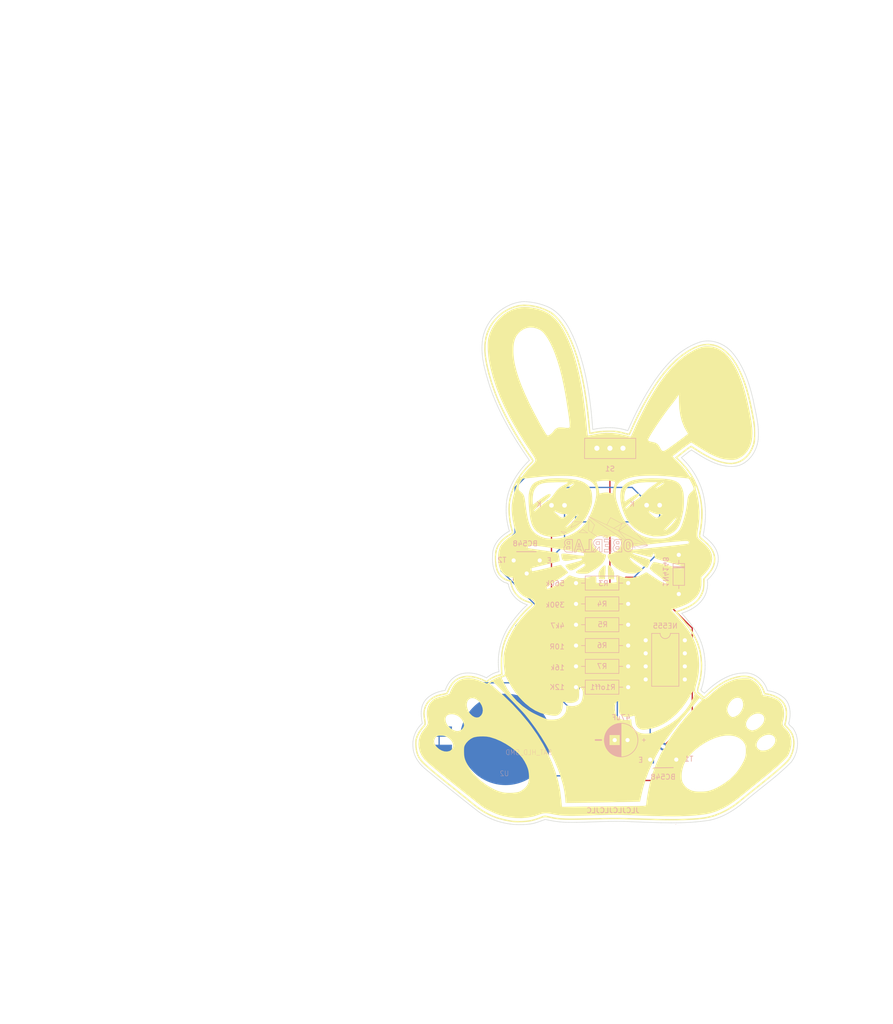
<source format=kicad_pcb>
(kicad_pcb (version 20241229) (generator "pcbnew") (generator_version "9.0")
  (layers (0 "F.Cu" signal) (2 "B.Cu" signal) (13 "F.Paste" user) (15 "B.Paste" user) (5 "F.SilkS" user "F.Silkscreen") (7 "B.SilkS" user "B.Silkscreen") (1 "F.Mask" user) (3 "B.Mask" user) (25 "Edge.Cuts" user))
  (net 0 "")
  (net 1 "Net-(D3-K)")
  (net 2 "Net-(D1-K)")
  (net 3 "Net-(D1-A)")
  (net 4 "Net-(D3-A)")
  (net 5 "Net-(Q1-B)")
  (net 6 "Net-(Q1-C)")
  (net 7 "Net-(Q2-C)")
  (net 8 "Net-(S1-E)")
  (net 9 "Net-(S1-A-Pad1)")
  (footprint "LOGO" (layer "F.Cu") (at 0 0)
    (property "Reference" "G***" (hide yes))
    (property "Value" "LOGO" (hide yes))
  )
  (footprint "LOGO" (layer "F.Cu") (at 167.0819 94.4224)
    (property "Reference" "G***" (hide yes))
    (property "Value" "LOGO" (hide yes))
  )
  (footprint "!Goody:TO-92L_Wide" (layer "F.Cu") (at 123.805 146.34)
    (property "Reference" "Q1")
    (property "Value" "Q_NPN_EBC")
  )
  (footprint "LOGO" (layer "F.Cu") (at 122.7989 111.6918)
    (property "Reference" "G***" (hide yes))
    (property "Value" "LOGO" (hide yes))
  )
  (footprint "LOGO" (layer "F.Cu") (at 122.7989 111.6918)
    (property "Reference" "G***" (hide yes))
    (property "Value" "LOGO" (hide yes))
  )
  (footprint "LOGO" (layer "F.Cu") (at 122.7989 111.6918)
    (property "Reference" "G***" (hide yes))
    (property "Value" "LOGO" (hide yes))
  )
  (footprint "LOGO" (layer "F.Cu") (at 122.7989 111.6918)
    (property "Reference" "G***" (hide yes))
    (property "Value" "LOGO" (hide yes))
  )
  (footprint "LOGO" (layer "F.Cu") (at 0 0)
    (property "Reference" "G***" (hide yes))
    (property "Value" "LOGO" (hide yes))
  )
  (footprint "LOGO" (layer "F.Cu") (at 124.089143 91)
    (property "Reference" "G***" (hide yes))
    (property "Value" "LOGO" (hide yes))
  )
  (footprint "LOGO" (layer "F.Cu") (at 122.7989 109.3918)
    (property "Reference" "G***" (hide yes))
    (property "Value" "LOGO" (hide yes))
  )
  (footprint "LOGO" (layer "F.Cu") (at 167.0819 94.4224)
    (property "Reference" "G***" (hide yes))
    (property "Value" "LOGO" (hide yes))
  )
  (footprint "LOGO" (layer "F.Cu") (at 0 0)
    (property "Reference" "G***" (hide yes))
    (property "Value" "LOGO" (hide yes))
  )
  (footprint "LOGO" (layer "F.Cu") (at 122.7989 111.6918)
    (property "Reference" "G***" (hide yes))
    (property "Value" "LOGO" (hide yes))
  )
  (footprint "!Goody:LED_D3.0mm" (layer "F.Cu") (at 104.585 96.875)
    (property "Reference" "D2" (hide yes))
    (property "Value" "LED" (hide yes))
  )
  (footprint "!Goody:TO-92L_Wide" (layer "F.Cu") (at 102.3 107.6 180)
    (property "Reference" "Q2")
    (property "Value" "Q_NPN_EBC")
  )
  (footprint "LOGO" (layer "F.Cu") (at 127.189143 102.4)
    (property "Reference" "G***" (hide yes))
    (property "Value" "LOGO" (hide yes))
  )
  (footprint "LOGO" (layer "F.Cu") (at 167.0819 94.4224)
    (property "Reference" "G***" (hide yes))
    (property "Value" "LOGO" (hide yes))
  )
  (footprint "LOGO" (layer "F.Cu") (at 0 0)
    (property "Reference" "G***" (hide yes))
    (property "Value" "LOGO" (hide yes))
  )
  (footprint "LOGO" (layer "F.Cu") (at 0 0)
    (property "Reference" "G***" (hide yes))
    (property "Value" "LOGO" (hide yes))
  )
  (footprint "!Goody:LED_D3.0mm" (layer "F.Cu") (at 123.11 96.85)
    (property "Reference" "D1" (hide yes))
    (property "Value" "LED" (hide yes))
  )
  (footprint "!Goody:ob-logo_B.SilkS" (layer "F.Cu") (at 120.2 119.9)
    (property "Reference" "G***" (hide yes))
    (property "Value" "LOGO" (hide yes))
  )
  (footprint "!Goody:1N4147_P7.62mm_Horizontal" (layer "B.Cu") (at 129.375 106.515 -90)
    (property "Reference" "D3" (hide yes))
    (property "Value" "1N4148")
  )
  (footprint "!Goody:Micro_SchalterKHF" (layer "B.Cu") (at 113.426 85.773)
    (property "Reference" "S1")
    (property "Value" "Micro_Schalter")
  )
  (footprint "Resistor_THT:R_Axial_DIN0207_L6.3mm_D2.5mm_P10.16mm_Horizontal" (layer "B.Cu") (at 119.522 132.255 180)
    (property "Reference" "R1off1")
    (property "Value" "12K")
  )
  (footprint "Resistor_THT:R_Axial_DIN0207_L6.3mm_D2.5mm_P10.16mm_Horizontal" (layer "B.Cu") (at 119.522 120.105 180)
    (property "Reference" "R5")
    (property "Value" "4k7")
  )
  (footprint "Resistor_THT:R_Axial_DIN0207_L6.3mm_D2.5mm_P10.16mm_Horizontal" (layer "B.Cu") (at 119.522 116.055 180)
    (property "Reference" "R4")
    (property "Value" "390k")
  )
  (footprint "Resistor_THT:R_Axial_DIN0207_L6.3mm_D2.5mm_P10.16mm_Horizontal" (layer "B.Cu") (at 119.522 124.155 180)
    (property "Reference" "R6")
    (property "Value" "10R")
  )
  (footprint "!Goody:BAT-HLD-SMD-Blech" (layer "B.Cu") (at 95.646 142.415 180)
    (property "Reference" "U2")
    (property "Value" "BAT_HLD_SMD")
  )
  (footprint "Resistor_THT:R_Axial_DIN0207_L6.3mm_D2.5mm_P10.16mm_Horizontal" (layer "B.Cu") (at 119.522 112.005 180)
    (property "Reference" "R4" (hide yes))
    (property "Value" "560k")
  )
  (footprint "Resistor_THT:R_Axial_DIN0207_L6.3mm_D2.5mm_P10.16mm_Horizontal" (layer "B.Cu") (at 119.522 128.205 180)
    (property "Reference" "R7")
    (property "Value" "16K")
  )
  (footprint "Package_DIP:DIP-8_W7.62mm" (layer "B.Cu") (at 130.55 123.13 180)
    (property "Reference" "NE555")
    (property "Value" "NE555P")
  )
  (footprint "Capacitor_THT:CP_Radial_D6.3mm_P2.50mm" (layer "B.Cu") (at 119.395 142.542 180)
    (property "Reference" "47uF")
    (property "Value" "47uF")
  )
  (gr_line (start 124.307 148.115) (end 128.117 148.115) (stroke (width 0.15)) (layer "F.SilkS"))
  (gr_line (start 124.5 147.95) (end 128.3 147.9) (stroke (width 0.15)) (layer "B.SilkS"))
  (gr_line (start 97.795 105.9) (end 101.605 105.9) (stroke (width 0.15)) (layer "B.SilkS"))
  (gr_line (start 96.5102 120.0904) (end 96.2213 120.5274) (stroke (width 0.1)) (layer "Edge.Cuts"))
  (gr_line (start 144.883 82.5628) (end 144.8595 82.077) (stroke (width 0.1)) (layer "Edge.Cuts"))
  (gr_line (start 130.5868 118.588) (end 129.9459 117.8779) (stroke (width 0.1)) (layer "Edge.Cuts"))
  (gr_line (start 142.1474 154.5468) (end 142.9628 153.8458) (stroke (width 0.1)) (layer "Edge.Cuts"))
  (gr_line (start 95.7659 98.3782) (end 95.8081 98.9734) (stroke (width 0.1)) (layer "Edge.Cuts"))
  (gr_line (start 131.5134 117.2406) (end 131.8892 117.0368) (stroke (width 0.1)) (layer "Edge.Cuts"))
  (gr_line (start 136.2031 109.9473) (end 136.4059 109.6142) (stroke (width 0.1)) (layer "Edge.Cuts"))
  (gr_line (start 78.5941 140.239) (end 78.4194 140.5034) (stroke (width 0.1)) (layer "Edge.Cuts"))
  (gr_line (start 102.249 57.69781) (end 101.7524 57.5738) (stroke (width 0.1)) (layer "Edge.Cuts"))
  (gr_line (start 132.4781 90.7992) (end 132.1093 90.2163) (stroke (width 0.1)) (layer "Edge.Cuts"))
  (gr_line (start 104.1977 58.41432) (end 103.7229 58.19309) (stroke (width 0.1)) (layer "Edge.Cuts"))
  (gr_line (start 82.2623 133.2775) (end 81.9471 133.4003) (stroke (width 0.1)) (layer "Edge.Cuts"))
  (gr_line (start 81.3418 133.6928) (end 81.0555 133.8641) (stroke (width 0.1)) (layer "Edge.Cuts"))
  (gr_line (start 102.7398 57.84259) (end 102.249 57.69781) (stroke (width 0.1)) (layer "Edge.Cuts"))
  (gr_line (start 102.6436 158.2428) (end 103.3592 157.9818) (stroke (width 0.1)) (layer "Edge.Cuts"))
  (gr_line (start 96.4148 57.93001) (end 95.765 58.24717) (stroke (width 0.1)) (layer "Edge.Cuts"))
  (gr_line (start 152.3553 144.4904) (end 152.4361 144.0596) (stroke (width 0.1)) (layer "Edge.Cuts"))
  (gr_line (start 132.789 86.7268) (end 133.7723 87.3353) (stroke (width 0.1)) (layer "Edge.Cuts"))
  (gr_line (start 134.084 115.0896) (end 134.3077 114.7346) (stroke (width 0.1)) (layer "Edge.Cuts"))
  (gr_line (start 95.4391 102.4946) (end 95.1397 102.7271) (stroke (width 0.1)) (layer "Edge.Cuts"))
  (gr_line (start 130.8454 88.5792) (end 130.3751 88.0747) (stroke (width 0.1)) (layer "Edge.Cuts"))
  (gr_line (start 94.3089 111.0281) (end 94.5642 111.2836) (stroke (width 0.1)) (layer "Edge.Cuts"))
  (gr_line (start 91.228 68.5245) (end 91.327 69.1018) (stroke (width 0.1)) (layer "Edge.Cuts"))
  (gr_line (start 134.983 111.9333) (end 134.9642 111.6617) (stroke (width 0.1)) (layer "Edge.Cuts"))
  (gr_line (start 93.1289 106.2019) (end 93.1199 106.588) (stroke (width 0.1)) (layer "Edge.Cuts"))
  (gr_line (start 79.2097 137.4321) (end 79.2329 137.9027) (stroke (width 0.1)) (layer "Edge.Cuts"))
  (gr_line (start 91.1975 64.4494) (end 91.1149 65.0335) (stroke (width 0.1)) (layer "Edge.Cuts"))
  (gr_line (start 152.3547 141.8949) (end 152.236 141.4785) (stroke (width 0.1)) (layer "Edge.Cuts"))
  (gr_line (start 96.5722 93.3984) (end 96.3446 94.0028) (stroke (width 0.1)) (layer "Edge.Cuts"))
  (gr_line (start 143.1224 87.8092) (end 143.4311 87.4579) (stroke (width 0.1)) (layer "Edge.Cuts"))
  (gr_line (start 128.3132 68.3026) (end 127.8082 68.7948) (stroke (width 0.1)) (layer "Edge.Cuts"))
  (gr_line (start 99.2327 115.9939) (end 99.559 116.1219) (stroke (width 0.1)) (layer "Edge.Cuts"))
  (gr_line (start 101.251 57.46979) (end 100.7459 57.38499) (stroke (width 0.1)) (layer "Edge.Cuts"))
  (gr_line (start 91.5731 70.2506) (end 91.8684 71.3897) (stroke (width 0.1)) (layer "Edge.Cuts"))
  (gr_line (start 96.7489 57.79174) (end 96.4148 57.93001) (stroke (width 0.1)) (layer "Edge.Cuts"))
  (gr_line (start 136.0323 104.5515) (end 135.6897 104.1527) (stroke (width 0.1)) (layer "Edge.Cuts"))
  (gr_line (start 133.1303 92.0139) (end 132.8188 91.3988) (stroke (width 0.1)) (layer "Edge.Cuts"))
  (gr_line (start 100.7846 158.8108) (end 101.1646 158.7268) (stroke (width 0.1)) (layer "Edge.Cuts"))
  (gr_line (start 136.54 65.1094) (end 136.1036 65.008) (stroke (width 0.1)) (layer "Edge.Cuts"))
  (gr_line (start 133.4258 92.6403) (end 133.1303 92.0139) (stroke (width 0.1)) (layer "Edge.Cuts"))
  (gr_line (start 93.4244 109.4747) (end 93.5525 109.8145) (stroke (width 0.1)) (layer "Edge.Cuts"))
  (gr_line (start 95.886 81.1509) (end 96.3908 82.0497) (stroke (width 0.1)) (layer "Edge.Cuts"))
  (gr_line (start 135.2168 64.905) (end 134.7707 64.906) (stroke (width 0.1)) (layer "Edge.Cuts"))
  (gr_line (start 85.9004 130.1411) (end 85.544 130.3896) (stroke (width 0.1)) (layer "Edge.Cuts"))
  (gr_line (start 116.0556 81.7716) (end 115.1906 81.7796) (stroke (width 0.1)) (layer "Edge.Cuts"))
  (gr_line (start 150.6509 135.4062) (end 150.5014 135.1181) (stroke (width 0.1)) (layer "Edge.Cuts"))
  (gr_line (start 93.365 105.1056) (end 93.2537 105.4602) (stroke (width 0.1)) (layer "Edge.Cuts"))
  (gr_line (start 136.8139 105.9137) (end 136.7148 105.6673) (stroke (width 0.1)) (layer "Edge.Cuts"))
  (gr_line (start 79.2738 136.499) (end 79.2209 136.9632) (stroke (width 0.1)) (layer "Edge.Cuts"))
  (gr_line (start 134.4676 96.6052) (end 134.375 95.9262) (stroke (width 0.1)) (layer "Edge.Cuts"))
  (gr_line (start 92.5646 61.1231) (end 92.1803 61.7353) (stroke (width 0.1)) (layer "Edge.Cuts"))
  (gr_line (start 151.0327 139.715) (end 150.8993 139.5595) (stroke (width 0.1)) (layer "Edge.Cuts"))
  (gr_line (start 91.5709 63.0456) (end 91.4544 63.3888) (stroke (width 0.1)) (layer "Edge.Cuts"))
  (gr_line (start 144.4425 79.1799) (end 144.2443 78.2205) (stroke (width 0.1)) (layer "Edge.Cuts"))
  (gr_line (start 133.129 122.1643) (end 132.7551 121.5012) (stroke (width 0.1)) (layer "Edge.Cuts"))
  (gr_line (start 136.8884 88.8409) (end 137.4336 89.0093) (stroke (width 0.1)) (layer "Edge.Cuts"))
  (gr_line (start 133.6951 132.731) (end 133.7091 132.6576) (stroke (width 0.1)) (layer "Edge.Cuts"))
  (gr_line (start 100.2805 88.1242) (end 99.8234 88.5794) (stroke (width 0.1)) (layer "Edge.Cuts"))
  (gr_line (start 94.8524 102.9751) (end 94.5794 103.2383) (stroke (width 0.1)) (layer "Edge.Cuts"))
  (gr_line (start 94.9265 79.3275) (end 95.3975 80.2436) (stroke (width 0.1)) (layer "Edge.Cuts"))
  (gr_line (start 144.8595 82.077) (end 144.8197 81.5921) (stroke (width 0.1)) (layer "Edge.Cuts"))
  (gr_line (start 94.0415 77.4679) (end 94.4741 78.4024) (stroke (width 0.1)) (layer "Edge.Cuts"))
  (gr_line (start 98.6062 115.6699) (end 98.9146 115.8428) (stroke (width 0.1)) (layer "Edge.Cuts"))
  (gr_line (start 80.7826 134.053) (end 80.5251 134.2602) (stroke (width 0.1)) (layer "Edge.Cuts"))
  (gr_line (start 127.8666 158.6488) (end 129.781 158.6258) (stroke (width 0.1)) (layer "Edge.Cuts"))
  (gr_line (start 97.44 91.6607) (end 97.1219 92.2268) (stroke (width 0.1)) (layer "Edge.Cuts"))
  (gr_line (start 125.5156 71.4782) (end 124.695 72.6109) (stroke (width 0.1)) (layer "Edge.Cuts"))
  (gr_line (start 77.6358 144.1963) (end 77.6876 144.5472) (stroke (width 0.1)) (layer "Edge.Cuts"))
  (gr_line (start 93.0995 107.6713) (end 93.1259 108.0383) (stroke (width 0.1)) (layer "Edge.Cuts"))
  (gr_line (start 95.9946 95.2454) (end 95.8761 95.8824) (stroke (width 0.1)) (layer "Edge.Cuts"))
  (gr_line (start 143.5374 75.054) (end 143.1798 73.8018) (stroke (width 0.1)) (layer "Edge.Cuts"))
  (gr_line (start 118.683 158.3578) (end 119.4454 158.3868) (stroke (width 0.1)) (layer "Edge.Cuts"))
  (gr_line (start 139.1168 89.3051) (end 139.6942 89.3225) (stroke (width 0.1)) (layer "Edge.Cuts"))
  (gr_line (start 131.7213 65.8581) (end 131.1051 66.1931) (stroke (width 0.1)) (layer "Edge.Cuts"))
  (gr_line (start 137.023 106.6713) (end 136.9401 106.2913) (stroke (width 0.1)) (layer "Edge.Cuts"))
  (gr_line (start 98.2618 117.8582) (end 97.5217 118.7493) (stroke (width 0.1)) (layer "Edge.Cuts"))
  (gr_line (start 131.2919 89.1051) (end 130.8454 88.5792) (stroke (width 0.1)) (layer "Edge.Cuts"))
  (gr_line (start 129.9459 117.8779) (end 130.3428 117.7449) (stroke (width 0.1)) (layer "Edge.Cuts"))
  (gr_line (start 140.2763 129.7269) (end 139.7572 129.8733) (stroke (width 0.1)) (layer "Edge.Cuts"))
  (gr_line (start 77.9933 145.5486) (end 78.1401 145.8648) (stroke (width 0.1)) (layer "Edge.Cuts"))
  (gr_line (start 92.7704 129.8511) (end 92.4783 130.0327) (stroke (width 0.1)) (layer "Edge.Cuts"))
  (gr_line (start 95.1427 58.61591) (end 94.5512 59.03301) (stroke (width 0.1)) (layer "Edge.Cuts"))
  (gr_line (start 97.7538 115.031) (end 98.0243 115.2629) (stroke (width 0.1)) (layer "Edge.Cuts"))
  (gr_line (start 136.7148 105.6673) (end 136.602 105.4291) (stroke (width 0.1)) (layer "Edge.Cuts"))
  (gr_line (start 133.4565 122.8484) (end 133.129 122.1643) (stroke (width 0.1)) (layer "Edge.Cuts"))
  (gr_line (start 141.4475 69.5965) (end 141.1236 69.0353) (stroke (width 0.1)) (layer "Edge.Cuts"))
  (gr_line (start 94.3841 125.3831) (end 94.3129 125.9011) (stroke (width 0.1)) (layer "Edge.Cuts"))
  (gr_line (start 93.2537 105.4602) (end 93.1743 105.8258) (stroke (width 0.1)) (layer "Edge.Cuts"))
  (gr_line (start 124.695 72.6109) (end 123.9318 73.7664) (stroke (width 0.1)) (layer "Edge.Cuts"))
  (gr_line (start 135.5644 132.3334) (end 135.1544 132.6914) (stroke (width 0.1)) (layer "Edge.Cuts"))
  (gr_line (start 148.2107 133.3252) (end 147.8269 133.188) (stroke (width 0.1)) (layer "Edge.Cuts"))
  (gr_line (start 138.1911 65.8165) (end 137.7968 65.5973) (stroke (width 0.1)) (layer "Edge.Cuts"))
  (gr_line (start 99.1184 158.9868) (end 99.7612 158.9428) (stroke (width 0.1)) (layer "Edge.Cuts"))
  (gr_line (start 134.9642 111.6617) (end 134.9303 111.3915) (stroke (width 0.1)) (layer "Edge.Cuts"))
  (gr_line (start 94.5512 59.03301) (end 93.9942 59.4954) (stroke (width 0.1)) (layer "Edge.Cuts"))
  (gr_line (start 95.1397 102.7271) (end 94.8524 102.9751) (stroke (width 0.1)) (layer "Edge.Cuts"))
  (gr_line (start 103.2238 58.00893) (end 102.7398 57.84259) (stroke (width 0.1)) (layer "Edge.Cuts"))
  (gr_line (start 144.5459 85.3929) (end 144.6762 84.9413) (stroke (width 0.1)) (layer "Edge.Cuts"))
  (gr_line (start 97.1829 158.9458) (end 97.8278 158.9878) (stroke (width 0.1)) (layer "Edge.Cuts"))
  (gr_line (start 95.7505 97.7817) (end 95.7659 98.3782) (stroke (width 0.1)) (layer "Edge.Cuts"))
  (gr_line (start 88.7047 129.4909) (end 88.2851 129.4809) (stroke (width 0.1)) (layer "Edge.Cuts"))
  (gr_line (start 93.0905 107.3057) (end 93.0995 107.6713) (stroke (width 0.1)) (layer "Edge.Cuts"))
  (gr_line (start 80.0637 134.7325) (end 79.8637 134.9991) (stroke (width 0.1)) (layer "Edge.Cuts"))
  (gr_line (start 78.3066 146.172) (end 78.4912 146.47) (stroke (width 0.1)) (layer "Edge.Cuts"))
  (gr_line (start 133.844 133.0412) (end 133.7483 132.9269) (stroke (width 0.1)) (layer "Edge.Cuts"))
  (gr_line (start 95.8081 98.9734) (end 95.8761 99.5661) (stroke (width 0.1)) (layer "Edge.Cuts"))
  (gr_line (start 92.8134 157.8508) (end 93.4119 158.0918) (stroke (width 0.1)) (layer "Edge.Cuts"))
  (gr_line (start 94.0811 110.7511) (end 94.3089 111.0281) (stroke (width 0.1)) (layer "Edge.Cuts"))
  (gr_line (start 119.0393 82.2207) (end 118.6216 82.1083) (stroke (width 0.1)) (layer "Edge.Cuts"))
  (gr_line (start 141.2993 155.2238) (end 142.1474 154.5468) (stroke (width 0.1)) (layer "Edge.Cuts"))
  (gr_line (start 146.5132 132.5562) (end 146.3606 132.1895) (stroke (width 0.1)) (layer "Edge.Cuts"))
  (gr_line (start 136.9401 106.2913) (end 136.8139 105.9137) (stroke (width 0.1)) (layer "Edge.Cuts"))
  (gr_line (start 121.2075 78.586) (end 120.5984 79.83) (stroke (width 0.1)) (layer "Edge.Cuts"))
  (gr_line (start 93.8798 110.455) (end 94.0811 110.7511) (stroke (width 0.1)) (layer "Edge.Cuts"))
  (gr_line (start 94.3129 125.9011) (end 94.2634 126.4222) (stroke (width 0.1)) (layer "Edge.Cuts"))
  (gr_line (start 95.2503 122.3784) (end 95.0554 122.8632) (stroke (width 0.1)) (layer "Edge.Cuts"))
  (gr_line (start 108.0455 62.5415) (end 107.7845 62.0862) (stroke (width 0.1)) (layer "Edge.Cuts"))
  (gr_line (start 79.4475 135.818) (end 79.3758 136.0424) (stroke (width 0.1)) (layer "Edge.Cuts"))
  (gr_line (start 113.4726 81.9613) (end 112.6283 82.129) (stroke (width 0.1)) (layer "Edge.Cuts"))
  (gr_line (start 93.9942 59.4954) (end 93.475 60) (stroke (width 0.1)) (layer "Edge.Cuts"))
  (gr_line (start 146.1774 131.8365) (end 145.9656 131.4995) (stroke (width 0.1)) (layer "Edge.Cuts"))
  (gr_line (start 98.0243 115.2629) (end 98.309 115.4762) (stroke (width 0.1)) (layer "Edge.Cuts"))
  (gr_line (start 109.6254 66.0996) (end 109.2042 65.0084) (stroke (width 0.1)) (layer "Edge.Cuts"))
  (gr_line (start 92.2273 157.5808) (end 92.8134 157.8508) (stroke (width 0.1)) (layer "Edge.Cuts"))
  (gr_line (start 144.8703 130.3549) (end 144.5443 130.1306) (stroke (width 0.1)) (layer "Edge.Cuts"))
  (gr_line (start 101.7524 57.5738) (end 101.251 57.46979) (stroke (width 0.1)) (layer "Edge.Cuts"))
  (gr_line (start 136.9683 108.1844) (end 137.0352 107.8101) (stroke (width 0.1)) (layer "Edge.Cuts"))
  (gr_line (start 134.3149 125.7435) (end 134.1666 125.0009) (stroke (width 0.1)) (layer "Edge.Cuts"))
  (gr_line (start 133.9695 133.1459) (end 133.844 133.0412) (stroke (width 0.1)) (layer "Edge.Cuts"))
  (gr_line (start 91.0983 156.9578) (end 91.6551 157.2838) (stroke (width 0.1)) (layer "Edge.Cuts"))
  (gr_line (start 93.6299 76.5239) (end 94.0415 77.4679) (stroke (width 0.1)) (layer "Edge.Cuts"))
  (gr_line (start 91.4544 63.3888) (end 91.353 63.7374) (stroke (width 0.1)) (layer "Edge.Cuts"))
  (gr_line (start 95.7982 96.5291) (end 95.7629 97.1848) (stroke (width 0.1)) (layer "Edge.Cuts"))
  (gr_line (start 142.0423 88.6807) (end 142.4269 88.4239) (stroke (width 0.1)) (layer "Edge.Cuts"))
  (gr_line (start 94.231 127.4703) (end 94.238 127.9168) (stroke (width 0.1)) (layer "Edge.Cuts"))
  (gr_line (start 133.7483 132.9269) (end 133.6981 132.8) (stroke (width 0.1)) (layer "Edge.Cuts"))
  (gr_line (start 152.0812 141.0737) (end 151.8897 140.6832) (stroke (width 0.1)) (layer "Edge.Cuts"))
  (gr_line (start 99.4623 116.6093) (end 99.0483 117.0108) (stroke (width 0.1)) (layer "Edge.Cuts"))
  (gr_line (start 94.0851 103.8079) (end 93.8682 104.1132) (stroke (width 0.1)) (layer "Edge.Cuts"))
  (gr_line (start 112.3173 78.6431) (end 112.1857 77.4805) (stroke (width 0.1)) (layer "Edge.Cuts"))
  (gr_line (start 106.9066 60.7796) (end 106.5795 60.3726) (stroke (width 0.1)) (layer "Edge.Cuts"))
  (gr_line (start 125.9502 158.6258) (end 127.8666 158.6488) (stroke (width 0.1)) (layer "Edge.Cuts"))
  (gr_line (start 137.0681 107.4322) (end 137.0651 107.0521) (stroke (width 0.1)) (layer "Edge.Cuts"))
  (gr_line (start 89.1252 129.5295) (end 88.7047 129.4909) (stroke (width 0.1)) (layer "Edge.Cuts"))
  (gr_line (start 150.7978 139.296) (end 150.7998 139.1968) (stroke (width 0.1)) (layer "Edge.Cuts"))
  (gr_line (start 134.976 112.4775) (end 134.983 111.9333) (stroke (width 0.1)) (layer "Edge.Cuts"))
  (gr_line (start 126.3887 70.3699) (end 125.9453 70.9198) (stroke (width 0.1)) (layer "Edge.Cuts"))
  (gr_line (start 87.4568 129.5561) (end 87.0521 129.645) (stroke (width 0.1)) (layer "Edge.Cuts"))
  (gr_line (start 112.6283 82.129) (end 112.4337 79.8061) (stroke (width 0.1)) (layer "Edge.Cuts"))
  (gr_line (start 127.8082 68.7948) (end 127.3196 69.3051) (stroke (width 0.1)) (layer "Edge.Cuts"))
  (gr_line (start 95.2877 111.8067) (end 95.4355 111.869) (stroke (width 0.1)) (layer "Edge.Cuts"))
  (gr_line (start 144.6762 84.9413) (end 144.7732 84.4845) (stroke (width 0.1)) (layer "Edge.Cuts"))
  (gr_line (start 98.4935 57.31907) (end 98.1362 57.38317) (stroke (width 0.1)) (layer "Edge.Cuts"))
  (gr_line (start 97.4988 114.7817) (end 97.7538 115.031) (stroke (width 0.1)) (layer "Edge.Cuts"))
  (gr_line (start 135.4952 158.1128) (end 136.0272 157.9828) (stroke (width 0.1)) (layer "Edge.Cuts"))
  (gr_line (start 144.1898 86.2674) (end 144.3835 85.836) (stroke (width 0.1)) (layer "Edge.Cuts"))
  (gr_line (start 99.8234 88.5794) (end 99.3799 89.0523) (stroke (width 0.1)) (layer "Edge.Cuts"))
  (gr_line (start 90.7762 129.9321) (end 90.3722 129.7982) (stroke (width 0.1)) (layer "Edge.Cuts"))
  (gr_line (start 99.7285 57.27009) (end 99.2182 57.23839) (stroke (width 0.1)) (layer "Edge.Cuts"))
  (gr_line (start 77.5915 143.5184) (end 77.6118 143.8372) (stroke (width 0.1)) (layer "Edge.Cuts"))
  (gr_line (start 88.2851 129.4809) (end 87.8685 129.5021) (stroke (width 0.1)) (layer "Edge.Cuts"))
  (gr_line (start 140.7521 89.2091) (end 141.2039 89.0765) (stroke (width 0.1)) (layer "Edge.Cuts"))
  (gr_line (start 120.0141 81.0854) (end 119.4526 82.3502) (stroke (width 0.1)) (layer "Edge.Cuts"))
  (gr_line (start 132.3583 65.5576) (end 131.7213 65.8581) (stroke (width 0.1)) (layer "Edge.Cuts"))
  (gr_line (start 93.2345 108.7674) (end 93.3188 109.1249) (stroke (width 0.1)) (layer "Edge.Cuts"))
  (gr_line (start 92.4783 130.0327) (end 92.1963 130.2294) (stroke (width 0.1)) (layer "Edge.Cuts"))
  (gr_line (start 95.4647 121.9016) (end 95.2503 122.3784) (stroke (width 0.1)) (layer "Edge.Cuts"))
  (gr_line (start 144.8359 84.0258) (end 144.873 83.5372) (stroke (width 0.1)) (layer "Edge.Cuts"))
  (gr_line (start 136.7414 108.9157) (end 136.8696 108.5534) (stroke (width 0.1)) (layer "Edge.Cuts"))
  (gr_line (start 92.1945 72.5174) (end 92.5332 73.6317) (stroke (width 0.1)) (layer "Edge.Cuts"))
  (gr_line (start 133.7966 132.4968) (end 134.0105 131.7707) (stroke (width 0.1)) (layer "Edge.Cuts"))
  (gr_line (start 96.8169 119.6651) (end 96.5102 120.0904) (stroke (width 0.1)) (layer "Edge.Cuts"))
  (gr_line (start 136.4059 109.6142) (end 136.5861 109.2698) (stroke (width 0.1)) (layer "Edge.Cuts"))
  (gr_line (start 135.3188 103.7767) (end 134.9272 103.4206) (stroke (width 0.1)) (layer "Edge.Cuts"))
  (gr_line (start 144.7732 84.4845) (end 144.8359 84.0258) (stroke (width 0.1)) (layer "Edge.Cuts"))
  (gr_line (start 130.737 158.5918) (end 131.6918 158.5398) (stroke (width 0.1)) (layer "Edge.Cuts"))
  (gr_line (start 140.4179 155.8638) (end 141.2993 155.2238) (stroke (width 0.1)) (layer "Edge.Cuts"))
  (gr_line (start 96.1346 112.1679) (end 96.1704 112.2252) (stroke (width 0.1)) (layer "Edge.Cuts"))
  (gr_line (start 137.3187 131.0323) (end 136.8633 131.3334) (stroke (width 0.1)) (layer "Edge.Cuts"))
  (gr_line (start 131.8892 117.0368) (end 132.2541 116.8149) (stroke (width 0.1)) (layer "Edge.Cuts"))
  (gr_line (start 131.7874 120.0768) (end 131.2028 119.3199) (stroke (width 0.1)) (layer "Edge.Cuts"))
  (gr_line (start 134.9303 111.3915) (end 135.2117 111.1372) (stroke (width 0.1)) (layer "Edge.Cuts"))
  (gr_line (start 79.3528 138.8366) (end 79.4347 139.2939) (stroke (width 0.1)) (layer "Edge.Cuts"))
  (gr_line (start 77.6112 142.883) (end 77.5915 143.2) (stroke (width 0.1)) (layer "Edge.Cuts"))
  (gr_line (start 128.8351 67.8306) (end 128.3132 68.3026) (stroke (width 0.1)) (layer "Edge.Cuts"))
  (gr_line (start 137.0352 107.8101) (end 137.0681 107.4322) (stroke (width 0.1)) (layer "Edge.Cuts"))
  (gr_line (start 104.6488 58.66994) (end 104.1977 58.41432) (stroke (width 0.1)) (layer "Edge.Cuts"))
  (gr_line (start 132.1093 90.2163) (end 131.7136 89.6512) (stroke (width 0.1)) (layer "Edge.Cuts"))
  (gr_line (start 91.1481 67.9454) (end 91.228 68.5245) (stroke (width 0.1)) (layer "Edge.Cuts"))
  (gr_line (start 96.9106 82.9402) (end 97.4444 83.8227) (stroke (width 0.1)) (layer "Edge.Cuts"))
  (gr_line (start 96.3775 112.9815) (end 96.5084 113.3122) (stroke (width 0.1)) (layer "Edge.Cuts"))
  (gr_line (start 110.9729 70.5701) (end 110.6829 69.4387) (stroke (width 0.1)) (layer "Edge.Cuts"))
  (gr_line (start 144.3835 85.836) (end 144.5459 85.3929) (stroke (width 0.1)) (layer "Edge.Cuts"))
  (gr_line (start 91.2672 64.0911) (end 91.1975 64.4494) (stroke (width 0.1)) (layer "Edge.Cuts"))
  (gr_line (start 107.9661 158.5428) (end 109.503 158.5478) (stroke (width 0.1)) (layer "Edge.Cuts"))
  (gr_line (start 94.3229 103.516) (end 94.0851 103.8079) (stroke (width 0.1)) (layer "Edge.Cuts"))
  (gr_line (start 139.0325 156.7308) (end 139.5029 156.4558) (stroke (width 0.1)) (layer "Edge.Cuts"))
  (gr_line (start 80.2848 134.4864) (end 80.0637 134.7325) (stroke (width 0.1)) (layer "Edge.Cuts"))
  (gr_line (start 107.2159 61.2026) (end 106.9066 60.7796) (stroke (width 0.1)) (layer "Edge.Cuts"))
  (gr_line (start 133.2598 116.0378) (end 133.5578 115.7411) (stroke (width 0.1)) (layer "Edge.Cuts"))
  (gr_line (start 142.7873 88.1323) (end 143.1224 87.8092) (stroke (width 0.1)) (layer "Edge.Cuts"))
  (gr_line (start 112.4337 79.8061) (end 112.3173 78.6431) (stroke (width 0.1)) (layer "Edge.Cuts"))
  (gr_line (start 152.4856 143.6243) (end 152.503 143.1877) (stroke (width 0.1)) (layer "Edge.Cuts"))
  (gr_line (start 83.2353 132.9946) (end 82.5833 133.1695) (stroke (width 0.1)) (layer "Edge.Cuts"))
  (gr_line (start 94.7252 123.8541) (end 94.5906 124.3588) (stroke (width 0.1)) (layer "Edge.Cuts"))
  (gr_line (start 136.9691 65.2423) (end 136.54 65.1094) (stroke (width 0.1)) (layer "Edge.Cuts"))
  (gr_line (start 92.8746 74.606) (end 93.2406 75.57) (stroke (width 0.1)) (layer "Edge.Cuts"))
  (gr_line (start 97.4444 83.8227) (end 97.9909 84.6974) (stroke (width 0.1)) (layer "Edge.Cuts"))
  (gr_line (start 142.298 129.4739) (end 141.8934 129.4998) (stroke (width 0.1)) (layer "Edge.Cuts"))
  (gr_line (start 151.0027 136.6672) (end 150.9491 136.3397) (stroke (width 0.1)) (layer "Edge.Cuts"))
  (gr_line (start 134.912 113.0183) (end 134.976 112.4775) (stroke (width 0.1)) (layer "Edge.Cuts"))
  (gr_line (start 144.888 83.0495) (end 144.883 82.5628) (stroke (width 0.1)) (layer "Edge.Cuts"))
  (gr_line (start 93.1705 108.4044) (end 93.2345 108.7674) (stroke (width 0.1)) (layer "Edge.Cuts"))
  (gr_line (start 103.3592 157.9818) (end 104.4993 158.2148) (stroke (width 0.1)) (layer "Edge.Cuts"))
  (gr_line (start 77.7079 142.2567) (end 77.6501 142.5683) (stroke (width 0.1)) (layer "Edge.Cuts"))
  (gr_line (start 96.5403 158.8738) (end 97.1829 158.9458) (stroke (width 0.1)) (layer "Edge.Cuts"))
  (gr_line (start 142.5406 71.953) (end 142.2954 71.3497) (stroke (width 0.1)) (layer "Edge.Cuts"))
  (gr_line (start 134.5021 114.3597) (end 134.6648 113.9648) (stroke (width 0.1)) (layer "Edge.Cuts"))
  (gr_line (start 84.9928 130.9066) (end 84.753 131.1979) (stroke (width 0.1)) (layer "Edge.Cuts"))
  (gr_line (start 77.9884 141.3497) (end 77.8775 141.6465) (stroke (width 0.1)) (layer "Edge.Cuts"))
  (gr_line (start 134.5225 103.0816) (end 134.1123 102.7567) (stroke (width 0.1)) (layer "Edge.Cuts"))
  (gr_line (start 95.8761 99.5661) (end 95.969 100.1557) (stroke (width 0.1)) (layer "Edge.Cuts"))
  (gr_line (start 78.9084 147.0378) (end 79.1379 147.3072) (stroke (width 0.1)) (layer "Edge.Cuts"))
  (gr_line (start 97.0413 114.2351) (end 97.2608 114.516) (stroke (width 0.1)) (layer "Edge.Cuts"))
  (gr_line (start 134.3077 114.7346) (end 134.5021 114.3597) (stroke (width 0.1)) (layer "Edge.Cuts"))
  (gr_line (start 116.9188 81.8217) (end 116.4877 81.7892) (stroke (width 0.1)) (layer "Edge.Cuts"))
  (gr_line (start 143.9658 86.6837) (end 144.1898 86.2674) (stroke (width 0.1)) (layer "Edge.Cuts"))
  (gr_line (start 151.2552 146.8414) (end 151.5079 146.4907) (stroke (width 0.1)) (layer "Edge.Cuts"))
  (gr_line (start 94.0318 129.321) (end 93.7034 129.4194) (stroke (width 0.1)) (layer "Edge.Cuts"))
  (gr_line (start 142.7689 72.5636) (end 142.5406 71.953) (stroke (width 0.1)) (layer "Edge.Cuts"))
  (gr_line (start 142.9816 73.1803) (end 142.7689 72.5636) (stroke (width 0.1)) (layer "Edge.Cuts"))
  (gr_line (start 134.9272 103.4206) (end 134.5225 103.0816) (stroke (width 0.1)) (layer "Edge.Cuts"))
  (gr_line (start 108.2922 63.0022) (end 108.0455 62.5415) (stroke (width 0.1)) (layer "Edge.Cuts"))
  (gr_line (start 134.5721 98.6629) (end 134.5651 97.9748) (stroke (width 0.1)) (layer "Edge.Cuts"))
  (gr_line (start 136.5503 157.8278) (end 137.0643 157.6498) (stroke (width 0.1)) (layer "Edge.Cuts"))
  (gr_line (start 94.5906 124.3588) (end 94.4768 124.8687) (stroke (width 0.1)) (layer "Edge.Cuts"))
  (gr_line (start 110.3629 68.3158) (end 110.011 67.2024) (stroke (width 0.1)) (layer "Edge.Cuts"))
  (gr_line (start 97.7842 91.1085) (end 97.44 91.6607) (stroke (width 0.1)) (layer "Edge.Cuts"))
  (gr_line (start 105.4836 59.27404) (end 105.0771 58.95744) (stroke (width 0.1)) (layer "Edge.Cuts"))
  (gr_line (start 77.6501 142.5683) (end 77.6112 142.883) (stroke (width 0.1)) (layer "Edge.Cuts"))
  (gr_line (start 82.5833 133.1695) (end 82.2623 133.2775) (stroke (width 0.1)) (layer "Edge.Cuts"))
  (gr_line (start 91.4428 69.6773) (end 91.5731 70.2506) (stroke (width 0.1)) (layer "Edge.Cuts"))
  (gr_line (start 119.4526 82.3502) (end 119.0393 82.2207) (stroke (width 0.1)) (layer "Edge.Cuts"))
  (gr_line (start 91.353 63.7374) (end 91.2672 64.0911) (stroke (width 0.1)) (layer "Edge.Cuts"))
  (gr_line (start 91.0896 67.365) (end 91.1481 67.9454) (stroke (width 0.1)) (layer "Edge.Cuts"))
  (gr_line (start 149.2895 133.8939) (end 148.9442 133.6782) (stroke (width 0.1)) (layer "Edge.Cuts"))
  (gr_line (start 152.1027 145.3294) (end 152.2439 144.9147) (stroke (width 0.1)) (layer "Edge.Cuts"))
  (gr_line (start 99.1174 86.4247) (end 100.2805 88.1242) (stroke (width 0.1)) (layer "Edge.Cuts"))
  (gr_line (start 115.63 158.3618) (end 117.1572 158.3398) (stroke (width 0.1)) (layer "Edge.Cuts"))
  (gr_line (start 125.9453 70.9198) (end 125.5156 71.4782) (stroke (width 0.1)) (layer "Edge.Cuts"))
  (gr_line (start 144.5443 130.1306) (end 144.2011 129.9355) (stroke (width 0.1)) (layer "Edge.Cuts"))
  (gr_line (start 95.9039 112.0125) (end 96.0343 112.0778) (stroke (width 0.1)) (layer "Edge.Cuts"))
  (gr_line (start 96.0343 112.0778) (end 96.1346 112.1679) (stroke (width 0.1)) (layer "Edge.Cuts"))
  (gr_line (start 133.7091 132.6576) (end 133.7423 132.5797) (stroke (width 0.1)) (layer "Edge.Cuts"))
  (gr_line (start 103.7229 58.19309) (end 103.2238 58.00893) (stroke (width 0.1)) (layer "Edge.Cuts"))
  (gr_line (start 144.0167 152.9908) (end 145.0797 152.1448) (stroke (width 0.1)) (layer "Edge.Cuts"))
  (gr_line (start 93.5525 109.8145) (end 93.7039 110.1421) (stroke (width 0.1)) (layer "Edge.Cuts"))
  (gr_line (start 79.5343 135.5966) (end 79.4475 135.818) (stroke (width 0.1)) (layer "Edge.Cuts"))
  (gr_line (start 143.4311 87.4579) (end 143.7126 87.0816) (stroke (width 0.1)) (layer "Edge.Cuts"))
  (gr_line (start 134.2739 87.6281) (end 134.7825 87.9087) (stroke (width 0.1)) (layer "Edge.Cuts"))
  (gr_line (start 149.884 134.3517) (end 149.6176 134.1357) (stroke (width 0.1)) (layer "Edge.Cuts"))
  (gr_line (start 133.7381 123.5507) (end 133.4565 122.8484) (stroke (width 0.1)) (layer "Edge.Cuts"))
  (gr_line (start 98.6486 117.4279) (end 98.2618 117.8582) (stroke (width 0.1)) (layer "Edge.Cuts"))
  (gr_line (start 81.6396 133.5385) (end 81.3418 133.6928) (stroke (width 0.1)) (layer "Edge.Cuts"))
  (gr_line (start 118.6216 82.1083) (end 118.2002 82.0125) (stroke (width 0.1)) (layer "Edge.Cuts"))
  (gr_line (start 99.3799 89.0523) (end 98.9522 89.5423) (stroke (width 0.1)) (layer "Edge.Cuts"))
  (gr_line (start 137.5695 157.4498) (end 138.0659 157.2288) (stroke (width 0.1)) (layer "Edge.Cuts"))
  (gr_line (start 79.4347 139.2939) (end 79.2043 139.5115) (stroke (width 0.1)) (layer "Edge.Cuts"))
  (gr_line (start 146.6332 132.9345) (end 146.5132 132.5562) (stroke (width 0.1)) (layer "Edge.Cuts"))
  (gr_line (start 152.503 143.1877) (end 152.4875 142.7522) (stroke (width 0.1)) (layer "Edge.Cuts"))
  (gr_line (start 147.8269 133.188) (end 147.4346 133.0771) (stroke (width 0.1)) (layer "Edge.Cuts"))
  (gr_line (start 96.2725 112.6411) (end 96.3775 112.9815) (stroke (width 0.1)) (layer "Edge.Cuts"))
  (gr_line (start 136.602 105.4291) (end 136.3389 104.976) (stroke (width 0.1)) (layer "Edge.Cuts"))
  (gr_line (start 140.28 89.2936) (end 140.7521 89.2091) (stroke (width 0.1)) (layer "Edge.Cuts"))
  (gr_line (start 94.4768 124.8687) (end 94.3841 125.3831) (stroke (width 0.1)) (layer "Edge.Cuts"))
  (gr_line (start 81.0555 133.8641) (end 80.7826 134.053) (stroke (width 0.1)) (layer "Edge.Cuts"))
  (gr_line (start 99.0483 117.0108) (end 98.6486 117.4279) (stroke (width 0.1)) (layer "Edge.Cuts"))
  (gr_line (start 79.2831 138.3718) (end 79.3528 138.8366) (stroke (width 0.1)) (layer "Edge.Cuts"))
  (gr_line (start 78.2599 140.7773) (end 78.1161 141.0596) (stroke (width 0.1)) (layer "Edge.Cuts"))
  (gr_line (start 117.7756 81.933) (end 117.3482 81.8695) (stroke (width 0.1)) (layer "Edge.Cuts"))
  (gr_line (start 134.5472 158.2558) (end 135.4952 158.1128) (stroke (width 0.1)) (layer "Edge.Cuts"))
  (gr_line (start 141.2039 89.0765) (end 141.6342 88.8993) (stroke (width 0.1)) (layer "Edge.Cuts"))
  (gr_line (start 111.8695 75.1606) (end 111.6811 74.0053) (stroke (width 0.1)) (layer "Edge.Cuts"))
  (gr_line (start 77.6876 144.5472) (end 77.7655 144.8896) (stroke (width 0.1)) (layer "Edge.Cuts"))
  (gr_line (start 141.75 70.1702) (end 141.4475 69.5965) (stroke (width 0.1)) (layer "Edge.Cuts"))
  (gr_line (start 122.5079 76.1408) (end 121.8433 77.3556) (stroke (width 0.1)) (layer "Edge.Cuts"))
  (gr_line (start 144.6215 80.1424) (end 144.4425 79.1799) (stroke (width 0.1)) (layer "Edge.Cuts"))
  (gr_line (start 97.9909 84.6974) (end 99.1174 86.4247) (stroke (width 0.1)) (layer "Edge.Cuts"))
  (gr_line (start 139.2484 130.0513) (end 138.75 130.2585) (stroke (width 0.1)) (layer "Edge.Cuts"))
  (gr_line (start 91.6551 157.2838) (end 92.2273 157.5808) (stroke (width 0.1)) (layer "Edge.Cuts"))
  (gr_line (start 94.6405 158.4898) (end 95.2676 158.6468) (stroke (width 0.1)) (layer "Edge.Cuts"))
  (gr_line (start 97.7826 57.46288) (end 97.4332 57.55778) (stroke (width 0.1)) (layer "Edge.Cuts"))
  (gr_line (start 135.7388 110.5738) (end 135.98 110.2677) (stroke (width 0.1)) (layer "Edge.Cuts"))
  (gr_line (start 143.8429 129.7717) (end 143.4716 129.6414) (stroke (width 0.1)) (layer "Edge.Cuts"))
  (gr_line (start 129.3746 67.3813) (end 128.8351 67.8306) (stroke (width 0.1)) (layer "Edge.Cuts"))
  (gr_line (start 134.7825 87.9087) (end 135.298 88.1737) (stroke (width 0.1)) (layer "Edge.Cuts"))
  (gr_line (start 123.9318 73.7664) (end 123.2034 74.9437) (stroke (width 0.1)) (layer "Edge.Cuts"))
  (gr_line (start 91.0548 66.7833) (end 91.0896 67.365) (stroke (width 0.1)) (layer "Edge.Cuts"))
  (gr_line (start 134.4831 127.2511) (end 134.4201 126.4944) (stroke (width 0.1)) (layer "Edge.Cuts"))
  (gr_line (start 85.2563 130.6362) (end 84.9928 130.9066) (stroke (width 0.1)) (layer "Edge.Cuts"))
  (gr_line (start 79.379 147.5669) (end 79.89 148.0562) (stroke (width 0.1)) (layer "Edge.Cuts"))
  (gr_line (start 133.9745 124.2691) (end 133.7381 123.5507) (stroke (width 0.1)) (layer "Edge.Cuts"))
  (gr_line (start 135.1544 132.6914) (end 134.3695 133.4306) (stroke (width 0.1)) (layer "Edge.Cuts"))
  (gr_line (start 91.327 69.1018) (end 91.4428 69.6773) (stroke (width 0.1)) (layer "Edge.Cuts"))
  (gr_line (start 81.9471 133.4003) (end 81.6396 133.5385) (stroke (width 0.1)) (layer "Edge.Cuts"))
  (gr_line (start 96.3908 82.0497) (end 96.9106 82.9402) (stroke (width 0.1)) (layer "Edge.Cuts"))
  (gr_line (start 145.1775 130.6062) (end 144.8703 130.3549) (stroke (width 0.1)) (layer "Edge.Cuts"))
  (gr_line (start 135.482 110.8641) (end 135.7388 110.5738) (stroke (width 0.1)) (layer "Edge.Cuts"))
  (gr_line (start 96.0654 102.0784) (end 95.7484 102.2782) (stroke (width 0.1)) (layer "Edge.Cuts"))
  (gr_line (start 92.1963 130.2294) (end 91.9249 130.4387) (stroke (width 0.1)) (layer "Edge.Cuts"))
  (gr_line (start 111.4701 72.8544) (end 111.2347 71.709) (stroke (width 0.1)) (layer "Edge.Cuts"))
  (gr_line (start 150.8738 138.9774) (end 150.9877 138.3345) (stroke (width 0.1)) (layer "Edge.Cuts"))
  (gr_line (start 144.042 77.2639) (end 143.8509 76.3101) (stroke (width 0.1)) (layer "Edge.Cuts"))
  (gr_line (start 135.6897 104.1527) (end 135.3188 103.7767) (stroke (width 0.1)) (layer "Edge.Cuts"))
  (gr_line (start 98.309 115.4762) (end 98.6062 115.6699) (stroke (width 0.1)) (layer "Edge.Cuts"))
  (gr_line (start 134.3695 133.4306) (end 134.1094 133.2437) (stroke (width 0.1)) (layer "Edge.Cuts"))
  (gr_line (start 93.3834 129.5421) (end 93.0723 129.6867) (stroke (width 0.1)) (layer "Edge.Cuts"))
  (gr_line (start 78.4194 140.5034) (end 78.2599 140.7773) (stroke (width 0.1)) (layer "Edge.Cuts"))
  (gr_line (start 144.7655 81.108) (end 144.6215 80.1424) (stroke (width 0.1)) (layer "Edge.Cuts"))
  (gr_line (start 89.2733 155.6158) (end 90.5583 156.6038) (stroke (width 0.1)) (layer "Edge.Cuts"))
  (gr_line (start 135.298 88.1737) (end 135.8208 88.4196) (stroke (width 0.1)) (layer "Edge.Cuts"))
  (gr_line (start 79.2209 136.9632) (end 79.2097 137.4321) (stroke (width 0.1)) (layer "Edge.Cuts"))
  (gr_line (start 146.3606 132.1895) (end 146.1774 131.8365) (stroke (width 0.1)) (layer "Edge.Cuts"))
  (gr_line (start 134.7707 64.906) (end 134.3256 64.9441) (stroke (width 0.1)) (layer "Edge.Cuts"))
  (gr_line (start 111.6811 74.0053) (end 111.4701 72.8544) (stroke (width 0.1)) (layer "Edge.Cuts"))
  (gr_line (start 94.238 127.9168) (end 94.261 128.3629) (stroke (width 0.1)) (layer "Edge.Cuts"))
  (gr_line (start 91.8479 62.3772) (end 91.7023 62.7083) (stroke (width 0.1)) (layer "Edge.Cuts"))
  (gr_line (start 138.9306 66.3318) (end 138.5698 66.0618) (stroke (width 0.1)) (layer "Edge.Cuts"))
  (gr_line (start 105.8689 59.6172) (end 105.4836 59.27404) (stroke (width 0.1)) (layer "Edge.Cuts"))
  (gr_line (start 89.5447 129.5949) (end 89.1252 129.5295) (stroke (width 0.1)) (layer "Edge.Cuts"))
  (gr_line (start 94.236 126.9455) (end 94.231 127.4703) (stroke (width 0.1)) (layer "Edge.Cuts"))
  (gr_line (start 109.2042 65.0084) (end 108.7455 63.9298) (stroke (width 0.1)) (layer "Edge.Cuts"))
  (gr_line (start 151.5079 146.4907) (end 151.7339 146.1201) (stroke (width 0.1)) (layer "Edge.Cuts"))
  (gr_line (start 79.89 148.0562) (end 80.4287 148.504) (stroke (width 0.1)) (layer "Edge.Cuts"))
  (gr_line (start 120.2074 158.4318) (end 124.0337 158.5708) (stroke (width 0.1)) (layer "Edge.Cuts"))
  (gr_line (start 94.0215 158.3048) (end 94.6405 158.4898) (stroke (width 0.1)) (layer "Edge.Cuts"))
  (gr_line (start 151.6608 140.3095) (end 151.5293 140.1526) (stroke (width 0.1)) (layer "Edge.Cuts"))
  (gr_line (start 101.9122 158.5038) (end 102.6436 158.2428) (stroke (width 0.1)) (layer "Edge.Cuts"))
  (gr_line (start 98.1523 90.571) (end 97.7842 91.1085) (stroke (width 0.1)) (layer "Edge.Cuts"))
  (gr_line (start 140.7771 68.4878) (end 140.4068 67.9553) (stroke (width 0.1)) (layer "Edge.Cuts"))
  (gr_line (start 79.2043 139.5115) (end 78.9871 139.7421) (stroke (width 0.1)) (layer "Edge.Cuts"))
  (gr_line (start 97.2608 114.516) (end 97.4988 114.7817) (stroke (width 0.1)) (layer "Edge.Cuts"))
  (gr_line (start 139.2715 66.6251) (end 138.9306 66.3318) (stroke (width 0.1)) (layer "Edge.Cuts"))
  (gr_line (start 96.0859 100.7411) (end 96.2259 101.3214) (stroke (width 0.1)) (layer "Edge.Cuts"))
  (gr_line (start 121.8433 77.3556) (end 121.2075 78.586) (stroke (width 0.1)) (layer "Edge.Cuts"))
  (gr_line (start 85.4629 152.5898) (end 87.9967 154.6158) (stroke (width 0.1)) (layer "Edge.Cuts"))
  (gr_line (start 135.2117 111.1372) (end 135.482 110.8641) (stroke (width 0.1)) (layer "Edge.Cuts"))
  (gr_line (start 98.4734 159.0018) (end 99.1184 158.9868) (stroke (width 0.1)) (layer "Edge.Cuts"))
  (gr_line (start 132.9417 116.3156) (end 133.2598 116.0378) (stroke (width 0.1)) (layer "Edge.Cuts"))
  (gr_line (start 134.2429 102.0849) (end 134.3535 101.4072) (stroke (width 0.1)) (layer "Edge.Cuts"))
  (gr_line (start 105.6467 158.3948) (end 106.2234 158.4608) (stroke (width 0.1)) (layer "Edge.Cuts"))
  (gr_line (start 94.2634 126.4222) (end 94.236 126.9455) (stroke (width 0.1)) (layer "Edge.Cuts"))
  (gr_line (start 89.961 129.6852) (end 89.5447 129.5949) (stroke (width 0.1)) (layer "Edge.Cuts"))
  (gr_line (start 92.5332 73.6317) (end 92.8746 74.606) (stroke (width 0.1)) (layer "Edge.Cuts"))
  (gr_line (start 132.3339 120.8619) (end 131.7874 120.0768) (stroke (width 0.1)) (layer "Edge.Cuts"))
  (gr_line (start 96.3879 101.8957) (end 96.0654 102.0784) (stroke (width 0.1)) (layer "Edge.Cuts"))
  (gr_line (start 100.4004 158.8708) (end 100.7846 158.8108) (stroke (width 0.1)) (layer "Edge.Cuts"))
  (gr_line (start 110.6829 69.4387) (end 110.3629 68.3158) (stroke (width 0.1)) (layer "Edge.Cuts"))
  (gr_line (start 91.8684 71.3897) (end 92.1945 72.5174) (stroke (width 0.1)) (layer "Edge.Cuts"))
  (gr_line (start 116.4877 81.7892) (end 116.0556 81.7716) (stroke (width 0.1)) (layer "Edge.Cuts"))
  (gr_line (start 152.4383 142.3203) (end 152.3547 141.8949) (stroke (width 0.1)) (layer "Edge.Cuts"))
  (gr_line (start 134.3253 130.285) (end 134.4248 129.5305) (stroke (width 0.1)) (layer "Edge.Cuts"))
  (gr_line (start 95.9014 158.7748) (end 96.5403 158.8738) (stroke (width 0.1)) (layer "Edge.Cuts"))
  (gr_line (start 93.0723 129.6867) (end 92.7704 129.8511) (stroke (width 0.1)) (layer "Edge.Cuts"))
  (gr_line (start 134.51 100.0391) (end 134.5535 99.3514) (stroke (width 0.1)) (layer "Edge.Cuts"))
  (gr_line (start 137.4336 89.0093) (end 137.9867 89.1451) (stroke (width 0.1)) (layer "Edge.Cuts"))
  (gr_line (start 95.0554 122.8632) (end 94.8802 123.3553) (stroke (width 0.1)) (layer "Edge.Cuts"))
  (gr_line (start 93.4119 158.0918) (end 94.0215 158.3048) (stroke (width 0.1)) (layer "Edge.Cuts"))
  (gr_line (start 91.0651 65.6173) (end 91.0458 66.2007) (stroke (width 0.1)) (layer "Edge.Cuts"))
  (gr_line (start 91.1149 65.0335) (end 91.0651 65.6173) (stroke (width 0.1)) (layer "Edge.Cuts"))
  (gr_line (start 138.0659 157.2288) (end 138.5536 156.9888) (stroke (width 0.1)) (layer "Edge.Cuts"))
  (gr_line (start 140.0116 67.4391) (end 139.5904 66.9404) (stroke (width 0.1)) (layer "Edge.Cuts"))
  (gr_line (start 78.1161 141.0596) (end 77.9884 141.3497) (stroke (width 0.1)) (layer "Edge.Cuts"))
  (gr_line (start 98.1362 57.38317) (end 97.7826 57.46288) (stroke (width 0.1)) (layer "Edge.Cuts"))
  (gr_line (start 150.2853 147.7905) (end 151.2552 146.8414) (stroke (width 0.1)) (layer "Edge.Cuts"))
  (gr_line (start 114.1011 158.4098) (end 115.63 158.3618) (stroke (width 0.1)) (layer "Edge.Cuts"))
  (gr_line (start 96.1947 112.2922) (end 96.2725 112.6411) (stroke (width 0.1)) (layer "Edge.Cuts"))
  (gr_line (start 137.0651 107.0521) (end 137.023 106.6713) (stroke (width 0.1)) (layer "Edge.Cuts"))
  (gr_line (start 84.0185 132.5162) (end 83.8878 132.87) (stroke (width 0.1)) (layer "Edge.Cuts"))
  (gr_line (start 145.9656 131.4995) (end 145.727 131.1807) (stroke (width 0.1)) (layer "Edge.Cuts"))
  (gr_line (start 93.506 104.7626) (end 93.365 105.1056) (stroke (width 0.1)) (layer "Edge.Cuts"))
  (gr_line (start 136.0272 157.9828) (end 136.5503 157.8278) (stroke (width 0.1)) (layer "Edge.Cuts"))
  (gr_line (start 137.785 130.7513) (end 137.3187 131.0323) (stroke (width 0.1)) (layer "Edge.Cuts"))
  (gr_line (start 93.6745 104.4317) (end 93.506 104.7626) (stroke (width 0.1)) (layer "Edge.Cuts"))
  (gr_line (start 131.1288 117.4264) (end 131.5134 117.2406) (stroke (width 0.1)) (layer "Edge.Cuts"))
  (gr_line (start 133.8834 65.0206) (end 133.4465 65.1368) (stroke (width 0.1)) (layer "Edge.Cuts"))
  (gr_line (start 101.1646 158.7268) (end 101.5404 158.6228) (stroke (width 0.1)) (layer "Edge.Cuts"))
  (gr_line (start 134.4847 128.7717) (end 134.5044 128.011) (stroke (width 0.1)) (layer "Edge.Cuts"))
  (gr_line (start 135.8208 88.4196) (end 136.3508 88.6432) (stroke (width 0.1)) (layer "Edge.Cuts"))
  (gr_line (start 94.3683 129.2492) (end 94.0318 129.321) (stroke (width 0.1)) (layer "Edge.Cuts"))
  (gr_line (start 150.8993 139.5595) (end 150.8498 139.4764) (stroke (width 0.1)) (layer "Edge.Cuts"))
  (gr_line (start 139.9646 156.1668) (end 140.4179 155.8638) (stroke (width 0.1)) (layer "Edge.Cuts"))
  (gr_line (start 92.1803 61.7353) (end 92.0074 62.0528) (stroke (width 0.1)) (layer "Edge.Cuts"))
  (gr_line (start 94.5642 111.2836) (end 94.848 111.5154) (stroke (width 0.1)) (layer "Edge.Cuts"))
  (gr_line (start 97.5217 118.7493) (end 96.8169 119.6651) (stroke (width 0.1)) (layer "Edge.Cuts"))
  (gr_line (start 93.475 60) (end 92.9973 60.5436) (stroke (width 0.1)) (layer "Edge.Cuts"))
  (gr_line (start 80.4287 148.504) (end 85.4629 152.5898) (stroke (width 0.1)) (layer "Edge.Cuts"))
  (gr_line (start 77.8679 145.2235) (end 77.9933 145.5486) (stroke (width 0.1)) (layer "Edge.Cuts"))
  (gr_line (start 143.089 129.5469) (end 142.6972 129.4903) (stroke (width 0.1)) (layer "Edge.Cuts"))
  (gr_line (start 118.2002 82.0125) (end 117.7756 81.933) (stroke (width 0.1)) (layer "Edge.Cuts"))
  (gr_line (start 142.4269 88.4239) (end 142.7873 88.1323) (stroke (width 0.1)) (layer "Edge.Cuts"))
  (gr_line (start 134.5651 97.9748) (end 134.5305 97.2885) (stroke (width 0.1)) (layer "Edge.Cuts"))
  (gr_line (start 77.8775 141.6465) (end 77.7838 141.9491) (stroke (width 0.1)) (layer "Edge.Cuts"))
  (gr_line (start 133.9076 93.9278) (end 133.6845 93.2786) (stroke (width 0.1)) (layer "Edge.Cuts"))
  (gr_line (start 142.6972 129.4903) (end 142.298 129.4739) (stroke (width 0.1)) (layer "Edge.Cuts"))
  (gr_line (start 134.5535 99.3514) (end 134.5721 98.6629) (stroke (width 0.1)) (layer "Edge.Cuts"))
  (gr_line (start 150.8245 139.0909) (end 150.8738 138.9774) (stroke (width 0.1)) (layer "Edge.Cuts"))
  (gr_line (start 97.4332 57.55778) (end 97.0885 57.66753) (stroke (width 0.1)) (layer "Edge.Cuts"))
  (gr_line (start 131.3321 86.4651) (end 131.8314 86.1103) (stroke (width 0.1)) (layer "Edge.Cuts"))
  (gr_line (start 143.1798 73.8018) (end 142.9816 73.1803) (stroke (width 0.1)) (layer "Edge.Cuts"))
  (gr_line (start 150.1193 134.5888) (end 149.884 134.3517) (stroke (width 0.1)) (layer "Edge.Cuts"))
  (gr_line (start 94.5794 103.2383) (end 94.3229 103.516) (stroke (width 0.1)) (layer "Edge.Cuts"))
  (gr_line (start 96.832 92.8062) (end 96.5722 93.3984) (stroke (width 0.1)) (layer "Edge.Cuts"))
  (gr_line (start 93.7039 110.1421) (end 93.8798 110.455) (stroke (width 0.1)) (layer "Edge.Cuts"))
  (gr_line (start 94.848 111.5154) (end 95.1613 111.7212) (stroke (width 0.1)) (layer "Edge.Cuts"))
  (gr_line (start 142.2954 71.3497) (end 142.0323 70.755) (stroke (width 0.1)) (layer "Edge.Cuts"))
  (gr_line (start 150.5014 135.1181) (end 150.3247 134.845) (stroke (width 0.1)) (layer "Edge.Cuts"))
  (gr_line (start 147.4346 133.0771) (end 147.0359 132.9926) (stroke (width 0.1)) (layer "Edge.Cuts"))
  (gr_line (start 129.9324 66.957) (end 129.3746 67.3813) (stroke (width 0.1)) (layer "Edge.Cuts"))
  (gr_line (start 79.1379 147.3072) (end 79.379 147.5669) (stroke (width 0.1)) (layer "Edge.Cuts"))
  (gr_line (start 131.7136 89.6512) (end 131.2919 89.1051) (stroke (width 0.1)) (layer "Edge.Cuts"))
  (gr_line (start 145.0797 152.1448) (end 147.2049 150.4508) (stroke (width 0.1)) (layer "Edge.Cuts"))
  (gr_line (start 95.765 58.24717) (end 95.1427 58.61591) (stroke (width 0.1)) (layer "Edge.Cuts"))
  (gr_line (start 104.4993 158.2148) (end 105.0721 158.3128) (stroke (width 0.1)) (layer "Edge.Cuts"))
  (gr_line (start 152.2439 144.9147) (end 152.3553 144.4904) (stroke (width 0.1)) (layer "Edge.Cuts"))
  (gr_line (start 134.0962 94.5862) (end 133.9076 93.9278) (stroke (width 0.1)) (layer "Edge.Cuts"))
  (gr_line (start 138.75 130.2585) (end 138.2622 130.4926) (stroke (width 0.1)) (layer "Edge.Cuts"))
  (gr_line (start 94.4741 78.4024) (end 94.9265 79.3275) (stroke (width 0.1)) (layer "Edge.Cuts"))
  (gr_line (start 151.0357 136.9994) (end 151.0027 136.6672) (stroke (width 0.1)) (layer "Edge.Cuts"))
  (gr_line (start 134.4248 129.5305) (end 134.4847 128.7717) (stroke (width 0.1)) (layer "Edge.Cuts"))
  (gr_line (start 133.7723 87.3353) (end 134.2739 87.6281) (stroke (width 0.1)) (layer "Edge.Cuts"))
  (gr_line (start 151.0243 138.0038) (end 151.0454 137.6697) (stroke (width 0.1)) (layer "Edge.Cuts"))
  (gr_line (start 120.5984 79.83) (end 120.0141 81.0854) (stroke (width 0.1)) (layer "Edge.Cuts"))
  (gr_line (start 85.544 130.3896) (end 85.2563 130.6362) (stroke (width 0.1)) (layer "Edge.Cuts"))
  (gr_line (start 134.3256 64.9441) (end 133.8834 65.0206) (stroke (width 0.1)) (layer "Edge.Cuts"))
  (gr_line (start 95.3975 80.2436) (end 95.886 81.1509) (stroke (width 0.1)) (layer "Edge.Cuts"))
  (gr_line (start 95.2676 158.6468) (end 95.9014 158.7748) (stroke (width 0.1)) (layer "Edge.Cuts"))
  (gr_line (start 96.8417 113.9401) (end 97.0413 114.2351) (stroke (width 0.1)) (layer "Edge.Cuts"))
  (gr_line (start 95.7538 111.9623) (end 95.9039 112.0125) (stroke (width 0.1)) (layer "Edge.Cuts"))
  (gr_line (start 136.1036 65.008) (end 135.6618 64.9394) (stroke (width 0.1)) (layer "Edge.Cuts"))
  (gr_line (start 77.6118 143.8372) (end 77.6358 144.1963) (stroke (width 0.1)) (layer "Edge.Cuts"))
  (gr_line (start 87.9967 154.6158) (end 89.2733 155.6158) (stroke (width 0.1)) (layer "Edge.Cuts"))
  (gr_line (start 93.1199 106.588) (end 93.0975 106.9439) (stroke (width 0.1)) (layer "Edge.Cuts"))
  (gr_line (start 136.5861 109.2698) (end 136.7414 108.9157) (stroke (width 0.1)) (layer "Edge.Cuts"))
  (gr_line (start 84.1697 132.1692) (end 84.0185 132.5162) (stroke (width 0.1)) (layer "Edge.Cuts"))
  (gr_line (start 100.7459 57.38499) (end 100.2381 57.31869) (stroke (width 0.1)) (layer "Edge.Cuts"))
  (gr_line (start 150.8734 136.019) (end 150.7745 135.7072) (stroke (width 0.1)) (layer "Edge.Cuts"))
  (gr_line (start 108.7455 63.9298) (end 108.2922 63.0022) (stroke (width 0.1)) (layer "Edge.Cuts"))
  (gr_line (start 139.6942 89.3225) (end 140.28 89.2936) (stroke (width 0.1)) (layer "Edge.Cuts"))
  (gr_line (start 87.8685 129.5021) (end 87.4568 129.5561) (stroke (width 0.1)) (layer "Edge.Cuts"))
  (gr_line (start 96.1514 94.6186) (end 95.9946 95.2454) (stroke (width 0.1)) (layer "Edge.Cuts"))
  (gr_line (start 92.9973 60.5436) (end 92.5646 61.1231) (stroke (width 0.1)) (layer "Edge.Cuts"))
  (gr_line (start 134.5044 128.011) (end 134.4831 127.2511) (stroke (width 0.1)) (layer "Edge.Cuts"))
  (gr_line (start 144.2011 129.9355) (end 143.8429 129.7717) (stroke (width 0.1)) (layer "Edge.Cuts"))
  (gr_line (start 127.3196 69.3051) (end 126.8466 69.8309) (stroke (width 0.1)) (layer "Edge.Cuts"))
  (gr_line (start 147.2049 150.4508) (end 148.2531 149.5878) (stroke (width 0.1)) (layer "Edge.Cuts"))
  (gr_line (start 141.1236 69.0353) (end 140.7771 68.4878) (stroke (width 0.1)) (layer "Edge.Cuts"))
  (gr_line (start 151.3676 140.0054) (end 151.0327 139.715) (stroke (width 0.1)) (layer "Edge.Cuts"))
  (gr_line (start 145.4637 130.8821) (end 145.1775 130.6062) (stroke (width 0.1)) (layer "Edge.Cuts"))
  (gr_line (start 98.9522 89.5423) (end 98.5423 90.0488) (stroke (width 0.1)) (layer "Edge.Cuts"))
  (gr_line (start 96.5084 113.3122) (end 96.6636 113.6321) (stroke (width 0.1)) (layer "Edge.Cuts"))
  (gr_line (start 115.1906 81.7796) (end 114.3281 81.8439) (stroke (width 0.1)) (layer "Edge.Cuts"))
  (gr_line (start 136.3508 88.6432) (end 136.8884 88.8409) (stroke (width 0.1)) (layer "Edge.Cuts"))
  (gr_line (start 106.5795 60.3726) (end 106.2339 59.9842) (stroke (width 0.1)) (layer "Edge.Cuts"))
  (gr_line (start 151.9324 145.7321) (end 152.1027 145.3294) (stroke (width 0.1)) (layer "Edge.Cuts"))
  (gr_line (start 150.8498 139.4764) (end 150.8152 139.3888) (stroke (width 0.1)) (layer "Edge.Cuts"))
  (gr_line (start 134.187 131.0325) (end 134.3253 130.285) (stroke (width 0.1)) (layer "Edge.Cuts"))
  (gr_line (start 134.1123 102.7567) (end 134.2429 102.0849) (stroke (width 0.1)) (layer "Edge.Cuts"))
  (gr_line (start 148.5839 133.4886) (end 148.2107 133.3252) (stroke (width 0.1)) (layer "Edge.Cuts"))
  (gr_line (start 77.7838 141.9491) (end 77.7079 142.2567) (stroke (width 0.1)) (layer "Edge.Cuts"))
  (gr_line (start 136.3389 104.976) (end 136.0323 104.5515) (stroke (width 0.1)) (layer "Edge.Cuts"))
  (gr_line (start 80.5251 134.2602) (end 80.2848 134.4864) (stroke (width 0.1)) (layer "Edge.Cuts"))
  (gr_line (start 152.236 141.4785) (end 152.0812 141.0737) (stroke (width 0.1)) (layer "Edge.Cuts"))
  (gr_line (start 133.6845 93.2786) (end 133.4258 92.6403) (stroke (width 0.1)) (layer "Edge.Cuts"))
  (gr_line (start 78.7835 139.985) (end 78.5941 140.239) (stroke (width 0.1)) (layer "Edge.Cuts"))
  (gr_line (start 150.9491 136.3397) (end 150.8734 136.019) (stroke (width 0.1)) (layer "Edge.Cuts"))
  (gr_line (start 141.8934 129.4998) (end 141.3445 129.5378) (stroke (width 0.1)) (layer "Edge.Cuts"))
  (gr_line (start 150.9877 138.3345) (end 151.0243 138.0038) (stroke (width 0.1)) (layer "Edge.Cuts"))
  (gr_line (start 93.2406 75.57) (end 93.6299 76.5239) (stroke (width 0.1)) (layer "Edge.Cuts"))
  (gr_line (start 148.2531 149.5878) (end 149.2822 148.703) (stroke (width 0.1)) (layer "Edge.Cuts"))
  (gr_line (start 101.5404 158.6228) (end 101.9122 158.5038) (stroke (width 0.1)) (layer "Edge.Cuts"))
  (gr_line (start 134.1094 133.2437) (end 133.9695 133.1459) (stroke (width 0.1)) (layer "Edge.Cuts"))
  (gr_line (start 114.3281 81.8439) (end 113.4726 81.9613) (stroke (width 0.1)) (layer "Edge.Cuts"))
  (gr_line (start 94.3032 128.8074) (end 94.3683 129.2492) (stroke (width 0.1)) (layer "Edge.Cuts"))
  (gr_line (start 83.8878 132.87) (end 83.2353 132.9946) (stroke (width 0.1)) (layer "Edge.Cuts"))
  (gr_line (start 139.7572 129.8733) (end 139.2484 130.0513) (stroke (width 0.1)) (layer "Edge.Cuts"))
  (gr_line (start 124.0337 158.5708) (end 125.9502 158.6258) (stroke (width 0.1)) (layer "Edge.Cuts"))
  (gr_line (start 147.0359 132.9926) (end 146.6332 132.9345) (stroke (width 0.1)) (layer "Edge.Cuts"))
  (gr_line (start 136.8633 131.3334) (end 136.419 131.6521) (stroke (width 0.1)) (layer "Edge.Cuts"))
  (gr_line (start 93.1259 108.0383) (end 93.1705 108.4044) (stroke (width 0.1)) (layer "Edge.Cuts"))
  (gr_line (start 136.8696 108.5534) (end 136.9683 108.1844) (stroke (width 0.1)) (layer "Edge.Cuts"))
  (gr_line (start 98.5423 90.0488) (end 98.1523 90.571) (stroke (width 0.1)) (layer "Edge.Cuts"))
  (gr_line (start 97.8278 158.9878) (end 98.4734 159.0018) (stroke (width 0.1)) (layer "Edge.Cuts"))
  (gr_line (start 152.4361 144.0596) (end 152.4856 143.6243) (stroke (width 0.1)) (layer "Edge.Cuts"))
  (gr_line (start 91.5546 130.2544) (end 91.171 130.0849) (stroke (width 0.1)) (layer "Edge.Cuts"))
  (gr_line (start 77.7655 144.8896) (end 77.8679 145.2235) (stroke (width 0.1)) (layer "Edge.Cuts"))
  (gr_line (start 151.8897 140.6832) (end 151.6608 140.3095) (stroke (width 0.1)) (layer "Edge.Cuts"))
  (gr_line (start 138.5477 89.2448) (end 139.1168 89.3051) (stroke (width 0.1)) (layer "Edge.Cuts"))
  (gr_line (start 87.0521 129.645) (end 86.6565 129.7708) (stroke (width 0.1)) (layer "Edge.Cuts"))
  (gr_line (start 96.1704 112.2252) (end 96.1947 112.2922) (stroke (width 0.1)) (layer "Edge.Cuts"))
  (gr_line (start 141.6342 88.8993) (end 142.0423 88.6807) (stroke (width 0.1)) (layer "Edge.Cuts"))
  (gr_line (start 95.9505 120.9754) (end 95.6982 121.4338) (stroke (width 0.1)) (layer "Edge.Cuts"))
  (gr_line (start 142.9628 153.8458) (end 144.0167 152.9908) (stroke (width 0.1)) (layer "Edge.Cuts"))
  (gr_line (start 106.8021 158.5088) (end 107.383 158.5368) (stroke (width 0.1)) (layer "Edge.Cuts"))
  (gr_line (start 134.375 95.9262) (end 134.2516 95.2528) (stroke (width 0.1)) (layer "Edge.Cuts"))
  (gr_line (start 140.4068 67.9553) (end 140.0116 67.4391) (stroke (width 0.1)) (layer "Edge.Cuts"))
  (gr_line (start 95.8761 95.8824) (end 95.7982 96.5291) (stroke (width 0.1)) (layer "Edge.Cuts"))
  (gr_line (start 77.5915 143.2) (end 77.5915 143.5184) (stroke (width 0.1)) (layer "Edge.Cuts"))
  (gr_line (start 137.9867 89.1451) (end 138.5477 89.2448) (stroke (width 0.1)) (layer "Edge.Cuts"))
  (gr_line (start 134.443 100.7248) (end 134.51 100.0391) (stroke (width 0.1)) (layer "Edge.Cuts"))
  (gr_line (start 112.037 76.3194) (end 111.8695 75.1606) (stroke (width 0.1)) (layer "Edge.Cuts"))
  (gr_line (start 145.727 131.1807) (end 145.4637 130.8821) (stroke (width 0.1)) (layer "Edge.Cuts"))
  (gr_line (start 84.5364 131.5073) (end 84.3421 131.832) (stroke (width 0.1)) (layer "Edge.Cuts"))
  (gr_line (start 99.2182 57.23839) (end 99.2179 57.23948) (stroke (width 0.1)) (layer "Edge.Cuts"))
  (gr_line (start 151.7339 146.1201) (end 151.9324 145.7321) (stroke (width 0.1)) (layer "Edge.Cuts"))
  (gr_line (start 150.7745 135.7072) (end 150.6509 135.4062) (stroke (width 0.1)) (layer "Edge.Cuts"))
  (gr_line (start 144.8197 81.5921) (end 144.7655 81.108) (stroke (width 0.1)) (layer "Edge.Cuts"))
  (gr_line (start 151.0454 137.6697) (end 151.0494 137.3341) (stroke (width 0.1)) (layer "Edge.Cuts"))
  (gr_line (start 99.559 116.1219) (end 99.892 116.2258) (stroke (width 0.1)) (layer "Edge.Cuts"))
  (gr_line (start 106.2339 59.9842) (end 105.8689 59.6172) (stroke (width 0.1)) (layer "Edge.Cuts"))
  (gr_line (start 107.5082 61.639) (end 107.2159 61.2026) (stroke (width 0.1)) (layer "Edge.Cuts"))
  (gr_line (start 133.4465 65.1368) (end 133.0167 65.294) (stroke (width 0.1)) (layer "Edge.Cuts"))
  (gr_line (start 138.5536 156.9888) (end 139.0325 156.7308) (stroke (width 0.1)) (layer "Edge.Cuts"))
  (gr_line (start 96.6636 113.6321) (end 96.8417 113.9401) (stroke (width 0.1)) (layer "Edge.Cuts"))
  (gr_line (start 134.1666 125.0009) (end 133.9745 124.2691) (stroke (width 0.1)) (layer "Edge.Cuts"))
  (gr_line (start 97.0885 57.66753) (end 96.7489 57.79174) (stroke (width 0.1)) (layer "Edge.Cuts"))
  (gr_line (start 133.5578 115.7411) (end 133.8333 115.425) (stroke (width 0.1)) (layer "Edge.Cuts"))
  (gr_line (start 130.7379 117.5944) (end 131.1288 117.4264) (stroke (width 0.1)) (layer "Edge.Cuts"))
  (gr_line (start 135.98 110.2677) (end 136.2031 109.9473) (stroke (width 0.1)) (layer "Edge.Cuts"))
  (gr_line (start 148.9442 133.6782) (end 148.5839 133.4886) (stroke (width 0.1)) (layer "Edge.Cuts"))
  (gr_line (start 151.0494 137.3341) (end 151.0357 136.9994) (stroke (width 0.1)) (layer "Edge.Cuts"))
  (gr_line (start 132.8188 91.3988) (end 132.4781 90.7992) (stroke (width 0.1)) (layer "Edge.Cuts"))
  (gr_line (start 93.1743 105.8258) (end 93.1289 106.2019) (stroke (width 0.1)) (layer "Edge.Cuts"))
  (gr_line (start 149.2822 148.703) (end 150.2853 147.7905) (stroke (width 0.1)) (layer "Edge.Cuts"))
  (gr_line (start 133.5971 158.3738) (end 134.5472 158.2558) (stroke (width 0.1)) (layer "Edge.Cuts"))
  (gr_line (start 79.6866 135.2868) (end 79.5343 135.5966) (stroke (width 0.1)) (layer "Edge.Cuts"))
  (gr_line (start 93.0975 106.9439) (end 93.0905 107.3057) (stroke (width 0.1)) (layer "Edge.Cuts"))
  (gr_line (start 131.1051 66.1931) (end 130.509 66.5601) (stroke (width 0.1)) (layer "Edge.Cuts"))
  (gr_line (start 84.3421 131.832) (end 84.1697 132.1692) (stroke (width 0.1)) (layer "Edge.Cuts"))
  (gr_line (start 99.2179 57.23948) (end 98.8543 57.27107) (stroke (width 0.1)) (layer "Edge.Cuts"))
  (gr_line (start 134.4201 126.4944) (end 134.3149 125.7435) (stroke (width 0.1)) (layer "Edge.Cuts"))
  (gr_line (start 131.2028 119.3199) (end 130.5868 118.588) (stroke (width 0.1)) (layer "Edge.Cuts"))
  (gr_line (start 78.9871 139.7421) (end 78.7835 139.985) (stroke (width 0.1)) (layer "Edge.Cuts"))
  (gr_line (start 95.1613 111.7212) (end 95.2877 111.8067) (stroke (width 0.1)) (layer "Edge.Cuts"))
  (gr_line (start 152.4875 142.7522) (end 152.4383 142.3203) (stroke (width 0.1)) (layer "Edge.Cuts"))
  (gr_line (start 129.8821 87.5927) (end 130.846 86.8374) (stroke (width 0.1)) (layer "Edge.Cuts"))
  (gr_line (start 129.781 158.6258) (end 130.737 158.5918) (stroke (width 0.1)) (layer "Edge.Cuts"))
  (gr_line (start 126.8466 69.8309) (end 126.3887 70.3699) (stroke (width 0.1)) (layer "Edge.Cuts"))
  (gr_line (start 144.873 83.5372) (end 144.888 83.0495) (stroke (width 0.1)) (layer "Edge.Cuts"))
  (gr_line (start 91.171 130.0849) (end 90.7762 129.9321) (stroke (width 0.1)) (layer "Edge.Cuts"))
  (gr_line (start 111.2347 71.709) (end 110.9729 70.5701) (stroke (width 0.1)) (layer "Edge.Cuts"))
  (gr_line (start 134.3535 101.4072) (end 134.443 100.7248) (stroke (width 0.1)) (layer "Edge.Cuts"))
  (gr_line (start 142.0323 70.755) (end 141.75 70.1702) (stroke (width 0.1)) (layer "Edge.Cuts"))
  (gr_line (start 119.4454 158.3868) (end 120.2074 158.4318) (stroke (width 0.1)) (layer "Edge.Cuts"))
  (gr_line (start 143.7126 87.0816) (end 143.9658 86.6837) (stroke (width 0.1)) (layer "Edge.Cuts"))
  (gr_line (start 78.4912 146.47) (end 78.6924 146.7586) (stroke (width 0.1)) (layer "Edge.Cuts"))
  (gr_line (start 98.8543 57.27107) (end 98.4935 57.31907) (stroke (width 0.1)) (layer "Edge.Cuts"))
  (gr_line (start 110.011 67.2024) (end 109.6254 66.0996) (stroke (width 0.1)) (layer "Edge.Cuts"))
  (gr_line (start 90.5583 156.6038) (end 91.0983 156.9578) (stroke (width 0.1)) (layer "Edge.Cuts"))
  (gr_line (start 131.8314 86.1103) (end 132.789 86.7268) (stroke (width 0.1)) (layer "Edge.Cuts"))
  (gr_line (start 91.0458 66.2007) (end 91.0548 66.7833) (stroke (width 0.1)) (layer "Edge.Cuts"))
  (gr_line (start 95.4355 111.869) (end 95.7538 111.9623) (stroke (width 0.1)) (layer "Edge.Cuts"))
  (gr_line (start 91.7023 62.7083) (end 91.5709 63.0456) (stroke (width 0.1)) (layer "Edge.Cuts"))
  (gr_line (start 133.6981 132.8) (end 133.6951 132.731) (stroke (width 0.1)) (layer "Edge.Cuts"))
  (gr_line (start 95.969 100.1557) (end 96.0859 100.7411) (stroke (width 0.1)) (layer "Edge.Cuts"))
  (gr_line (start 151.5293 140.1526) (end 151.3676 140.0054) (stroke (width 0.1)) (layer "Edge.Cuts"))
  (gr_line (start 136.419 131.6521) (end 135.986 131.9862) (stroke (width 0.1)) (layer "Edge.Cuts"))
  (gr_line (start 105.0771 58.95744) (end 104.6488 58.66994) (stroke (width 0.1)) (layer "Edge.Cuts"))
  (gr_line (start 139.5904 66.9404) (end 139.2715 66.6251) (stroke (width 0.1)) (layer "Edge.Cuts"))
  (gr_line (start 86.2719 129.9355) (end 85.9004 130.1411) (stroke (width 0.1)) (layer "Edge.Cuts"))
  (gr_line (start 93.7034 129.4194) (end 93.3834 129.5421) (stroke (width 0.1)) (layer "Edge.Cuts"))
  (gr_line (start 98.9146 115.8428) (end 99.2327 115.9939) (stroke (width 0.1)) (layer "Edge.Cuts"))
  (gr_line (start 130.3751 88.0747) (end 129.8821 87.5927) (stroke (width 0.1)) (layer "Edge.Cuts"))
  (gr_line (start 137.0643 157.6498) (end 137.5695 157.4498) (stroke (width 0.1)) (layer "Edge.Cuts"))
  (gr_line (start 130.3428 117.7449) (end 130.7379 117.5944) (stroke (width 0.1)) (layer "Edge.Cuts"))
  (gr_line (start 95.7484 102.2782) (end 95.4391 102.4946) (stroke (width 0.1)) (layer "Edge.Cuts"))
  (gr_line (start 150.3247 134.845) (end 150.1193 134.5888) (stroke (width 0.1)) (layer "Edge.Cuts"))
  (gr_line (start 137.7968 65.5973) (end 137.3887 65.4054) (stroke (width 0.1)) (layer "Edge.Cuts"))
  (gr_line (start 99.7612 158.9428) (end 100.4004 158.8708) (stroke (width 0.1)) (layer "Edge.Cuts"))
  (gr_line (start 79.2329 137.9027) (end 79.2831 138.3718) (stroke (width 0.1)) (layer "Edge.Cuts"))
  (gr_line (start 133.7423 132.5797) (end 133.7966 132.4968) (stroke (width 0.1)) (layer "Edge.Cuts"))
  (gr_line (start 134.6648 113.9648) (end 134.7936 113.5497) (stroke (width 0.1)) (layer "Edge.Cuts"))
  (gr_line (start 105.0721 158.3128) (end 105.6467 158.3948) (stroke (width 0.1)) (layer "Edge.Cuts"))
  (gr_line (start 134.5305 97.2885) (end 134.4676 96.6052) (stroke (width 0.1)) (layer "Edge.Cuts"))
  (gr_line (start 92.0074 62.0528) (end 91.8479 62.3772) (stroke (width 0.1)) (layer "Edge.Cuts"))
  (gr_line (start 78.1401 145.8648) (end 78.3066 146.172) (stroke (width 0.1)) (layer "Edge.Cuts"))
  (gr_line (start 134.7936 113.5497) (end 134.912 113.0183) (stroke (width 0.1)) (layer "Edge.Cuts"))
  (gr_line (start 96.2213 120.5274) (end 95.9505 120.9754) (stroke (width 0.1)) (layer "Edge.Cuts"))
  (gr_line (start 79.8637 134.9991) (end 79.6866 135.2868) (stroke (width 0.1)) (layer "Edge.Cuts"))
  (gr_line (start 138.2622 130.4926) (end 137.785 130.7513) (stroke (width 0.1)) (layer "Edge.Cuts"))
  (gr_line (start 94.8802 123.3553) (end 94.7252 123.8541) (stroke (width 0.1)) (layer "Edge.Cuts"))
  (gr_line (start 130.509 66.5601) (end 129.9324 66.957) (stroke (width 0.1)) (layer "Edge.Cuts"))
  (gr_line (start 96.3446 94.0028) (end 96.1514 94.6186) (stroke (width 0.1)) (layer "Edge.Cuts"))
  (gr_line (start 99.892 116.2258) (end 99.4623 116.6093) (stroke (width 0.1)) (layer "Edge.Cuts"))
  (gr_line (start 90.3722 129.7982) (end 89.961 129.6852) (stroke (width 0.1)) (layer "Edge.Cuts"))
  (gr_line (start 97.1219 92.2268) (end 96.832 92.8062) (stroke (width 0.1)) (layer "Edge.Cuts"))
  (gr_line (start 93.8682 104.1132) (end 93.6745 104.4317) (stroke (width 0.1)) (layer "Edge.Cuts"))
  (gr_line (start 150.8152 139.3888) (end 150.7978 139.296) (stroke (width 0.1)) (layer "Edge.Cuts"))
  (gr_line (start 106.2234 158.4608) (end 106.8021 158.5088) (stroke (width 0.1)) (layer "Edge.Cuts"))
  (gr_line (start 143.4716 129.6414) (end 143.089 129.5469) (stroke (width 0.1)) (layer "Edge.Cuts"))
  (gr_line (start 132.6453 158.4678) (end 133.5971 158.3738) (stroke (width 0.1)) (layer "Edge.Cuts"))
  (gr_line (start 96.2259 101.3214) (end 96.3879 101.8957) (stroke (width 0.1)) (layer "Edge.Cuts"))
  (gr_line (start 112.1857 77.4805) (end 112.037 76.3194) (stroke (width 0.1)) (layer "Edge.Cuts"))
  (gr_line (start 150.7998 139.1968) (end 150.8245 139.0909) (stroke (width 0.1)) (layer "Edge.Cuts"))
  (gr_line (start 100.2381 57.31869) (end 99.7285 57.27009) (stroke (width 0.1)) (layer "Edge.Cuts"))
  (gr_line (start 93.3188 109.1249) (end 93.4244 109.4747) (stroke (width 0.1)) (layer "Edge.Cuts"))
  (gr_line (start 141.3445 129.5378) (end 140.8054 129.6143) (stroke (width 0.1)) (layer "Edge.Cuts"))
  (gr_line (start 131.6918 158.5398) (end 132.6453 158.4678) (stroke (width 0.1)) (layer "Edge.Cuts"))
  (gr_line (start 84.753 131.1979) (end 84.5364 131.5073) (stroke (width 0.1)) (layer "Edge.Cuts"))
  (gr_line (start 111.0377 158.5178) (end 114.1011 158.4098) (stroke (width 0.1)) (layer "Edge.Cuts"))
  (gr_line (start 149.6176 134.1357) (end 149.2895 133.8939) (stroke (width 0.1)) (layer "Edge.Cuts"))
  (gr_line (start 133.0167 65.294) (end 132.3583 65.5576) (stroke (width 0.1)) (layer "Edge.Cuts"))
  (gr_line (start 132.2541 116.8149) (end 132.6057 116.5745) (stroke (width 0.1)) (layer "Edge.Cuts"))
  (gr_line (start 135.6618 64.9394) (end 135.2168 64.905) (stroke (width 0.1)) (layer "Edge.Cuts"))
  (gr_line (start 86.6565 129.7708) (end 86.2719 129.9355) (stroke (width 0.1)) (layer "Edge.Cuts"))
  (gr_line (start 109.503 158.5478) (end 111.0377 158.5178) (stroke (width 0.1)) (layer "Edge.Cuts"))
  (gr_line (start 139.5029 156.4558) (end 139.9646 156.1668) (stroke (width 0.1)) (layer "Edge.Cuts"))
  (gr_line (start 79.3758 136.0424) (end 79.2738 136.499) (stroke (width 0.1)) (layer "Edge.Cuts"))
  (gr_line (start 117.1572 158.3398) (end 118.683 158.3578) (stroke (width 0.1)) (layer "Edge.Cuts"))
  (gr_line (start 133.8333 115.425) (end 134.084 115.0896) (stroke (width 0.1)) (layer "Edge.Cuts"))
  (gr_line (start 117.3482 81.8695) (end 116.9188 81.8217) (stroke (width 0.1)) (layer "Edge.Cuts"))
  (gr_line (start 135.986 131.9862) (end 135.5644 132.3334) (stroke (width 0.1)) (layer "Edge.Cuts"))
  (gr_line (start 95.6982 121.4338) (end 95.4647 121.9016) (stroke (width 0.1)) (layer "Edge.Cuts"))
  (gr_line (start 95.7629 97.1848) (end 95.7505 97.7817) (stroke (width 0.1)) (layer "Edge.Cuts"))
  (gr_line (start 132.7551 121.5012) (end 132.3339 120.8619) (stroke (width 0.1)) (layer "Edge.Cuts"))
  (gr_line (start 130.846 86.8374) (end 131.3321 86.4651) (stroke (width 0.1)) (layer "Edge.Cuts"))
  (gr_line (start 144.2443 78.2205) (end 144.042 77.2639) (stroke (width 0.1)) (layer "Edge.Cuts"))
  (gr_line (start 134.0105 131.7707) (end 134.187 131.0325) (stroke (width 0.1)) (layer "Edge.Cuts"))
  (gr_line (start 143.8509 76.3101) (end 143.5374 75.054) (stroke (width 0.1)) (layer "Edge.Cuts"))
  (gr_line (start 134.2516 95.2528) (end 134.0962 94.5862) (stroke (width 0.1)) (layer "Edge.Cuts"))
  (gr_line (start 91.9249 130.4387) (end 91.5546 130.2544) (stroke (width 0.1)) (layer "Edge.Cuts"))
  (gr_line (start 123.2034 74.9437) (end 122.5079 76.1408) (stroke (width 0.1)) (layer "Edge.Cuts"))
  (gr_line (start 132.6057 116.5745) (end 132.9417 116.3156) (stroke (width 0.1)) (layer "Edge.Cuts"))
  (gr_line (start 138.5698 66.0618) (end 138.1911 65.8165) (stroke (width 0.1)) (layer "Edge.Cuts"))
  (gr_line (start 137.3887 65.4054) (end 136.9691 65.2423) (stroke (width 0.1)) (layer "Edge.Cuts"))
  (gr_line (start 78.6924 146.7586) (end 78.9084 147.0378) (stroke (width 0.1)) (layer "Edge.Cuts"))
  (gr_line (start 107.7845 62.0862) (end 107.5082 61.639) (stroke (width 0.1)) (layer "Edge.Cuts"))
  (gr_line (start 140.8054 129.6143) (end 140.2763 129.7269) (stroke (width 0.1)) (layer "Edge.Cuts"))
  (gr_line (start 94.261 128.3629) (end 94.3032 128.8074) (stroke (width 0.1)) (layer "Edge.Cuts"))
  (gr_line (start 107.383 158.5368) (end 107.9661 158.5428) (stroke (width 0.1)) (layer "Edge.Cuts"))
  (gr_text "KHF 11.2025" (at 121.5 153.8 0) (layer "B.Cu") (effects (font (size 1 1)) (justify left bottom mirror)))
  (gr_text "16k" (at 105.774191 128.445 0) (layer "B.SilkS") (effects (font (size 1 1)) (justify mirror)))
  (gr_text "K" (at 102.75 97.275 0) (layer "B.SilkS") (effects (font (size 1 1)) (justify left bottom mirror)))
  (gr_text "E" (at 122.5 147 0) (layer "B.SilkS") (effects (font (size 1 1)) (justify left bottom mirror)))
  (gr_text "T2" (at 95.9 108.1 0) (layer "B.SilkS") (effects (font (size 1 1)) (justify left bottom mirror)))
  (gr_text "T1" (at 132.3 146.8 0) (layer "B.SilkS") (effects (font (size 1 1)) (justify left bottom mirror)))
  (gr_text "E" (at 104.7 108.2 0) (layer "B.SilkS") (effects (font (size 1 1)) (justify left bottom mirror)))
  (gr_text "1N4148" (at 126.225 112.8 270) (layer "B.SilkS") (effects (font (size 1 1)) (justify left bottom mirror)))
  (gr_text "JLCJLCJLCJLC" (at 121.8 156.8 0) (layer "B.SilkS") (effects (font (size 1 1)) (justify left bottom mirror)))
  (gr_text "BC548" (at 102 104.9 0) (layer "B.SilkS") (effects (font (size 1 1)) (justify left bottom mirror)))
  (gr_text "K" (at 120.875 97.2 0) (layer "B.SilkS") (effects (font (size 1 1)) (justify left bottom mirror)))
  (gr_text "-" (at 114.85 143.3 0) (layer "B.SilkS") (effects (font (size 1.5 1.5) (thickness 0.3) (bold yes)) (justify left bottom mirror)))
  (gr_text "BC548" (at 128.856 150.298 0) (layer "B.SilkS") (effects (font (size 1 1)) (justify left bottom mirror)))
  (segment (start 122.605 112.005) (end 127.6 117) (width 0.25) (layer "F.Cu") (net 1))
  (segment (start 127.6 117) (end 127.6 125.67) (width 0.25) (layer "F.Cu") (net 1))
  (segment (start 119.522 112.005) (end 122.605 112.005) (width 0.25) (layer "F.Cu") (net 1))
  (segment (start 122.93 128.21) (end 124.89 128.21) (width 0.25) (layer "F.Cu") (net 1))
  (segment (start 124.89 128.21) (end 127.43 125.67) (width 0.25) (layer "F.Cu") (net 1))
  (segment (start 127.6 125.67) (end 130.55 125.67) (width 0.25) (layer "F.Cu") (net 1))
  (segment (start 122.925 128.205) (end 122.93 128.21) (width 0.25) (layer "F.Cu") (net 1))
  (segment (start 127.43 125.67) (end 127.6 125.67) (width 0.25) (layer "F.Cu") (net 1))
  (segment (start 119.522 128.205) (end 122.925 128.205) (width 0.25) (layer "F.Cu") (net 1))
  (segment (start 119.522 112.005) (end 125.012 106.515) (width 0.25) (layer "B.Cu") (net 1))
  (segment (start 125.012 106.515) (end 129.375 106.515) (width 0.25) (layer "B.Cu") (net 1))
  (segment (start 119.522 128.205) (end 117.4 130.327) (width 0.25) (layer "B.Cu") (net 1))
  (segment (start 117.4 140.547) (end 119.395 142.542) (width 0.25) (layer "B.Cu") (net 1))
  (segment (start 117.4 130.327) (end 117.4 140.547) (width 0.25) (layer "B.Cu") (net 1))
  (segment (start 107.755 116.055) (end 109.362 116.055) (width 0.25) (layer "F.Cu") (net 2))
  (segment (start 104.585 112.885) (end 107.755 116.055) (width 0.25) (layer "F.Cu") (net 2))
  (segment (start 104.585 96.875) (end 104.585 112.885) (width 0.25) (layer "F.Cu") (net 2))
  (segment (start 116.895 145.205) (end 112.6 149.5) (width 0.25) (layer "B.Cu") (net 2))
  (segment (start 116.895 142.542) (end 116.895 145) (width 0.25) (layer "B.Cu") (net 2))
  (segment (start 114.3 138.2) (end 116.895 140.795) (width 0.25) (layer "B.Cu") (net 2))
  (segment (start 110.5 126.5) (end 107.3 126.5) (width 0.25) (layer "B.Cu") (net 2))
  (segment (start 118.235 146.34) (end 116.895 145) (width 0.25) (layer "B.Cu") (net 2))
  (segment (start 109.362 116.862) (end 112.5 120) (width 0.25) (layer "B.Cu") (net 2))
  (segment (start 107.4 93.4) (end 120.3 93.4) (width 0.25) (layer "B.Cu") (net 2))
  (segment (start 120.3 93.4) (end 123.11 96.21) (width 0.25) (layer "B.Cu") (net 2))
  (segment (start 109.362 116.055) (end 109.362 116.862) (width 0.25) (layer "B.Cu") (net 2))
  (segment (start 116.895 140.795) (end 116.895 142.542) (width 0.25) (layer "B.Cu") (net 2))
  (segment (start 106.4 127.8) (end 106.4 134.6) (width 0.25) (layer "B.Cu") (net 2))
  (segment (start 104.585 96.875) (end 104.585 96.215) (width 0.25) (layer "B.Cu") (net 2))
  (segment (start 130.55 123.13) (end 128.27 123.13) (width 0.25) (layer "B.Cu") (net 2))
  (segment (start 107.3 126.5) (end 106.2 127.6) (width 0.25) (layer "B.Cu") (net 2))
  (segment (start 112.5 124.5) (end 110.5 126.5) (width 0.25) (layer "B.Cu") (net 2))
  (segment (start 112.5 120) (end 112.5 124.5) (width 0.25) (layer "B.Cu") (net 2))
  (segment (start 112.6 149.5) (end 102.731 149.5) (width 0.25) (layer "B.Cu") (net 2))
  (segment (start 104.585 96.215) (end 107.4 93.4) (width 0.25) (layer "B.Cu") (net 2))
  (segment (start 123.805 140.19162) (end 123.805 146.34) (width 0.25) (layer "B.Cu") (net 2))
  (segment (start 123.11 96.21) (end 123.11 96.85) (width 0.25) (layer "B.Cu") (net 2))
  (segment (start 123.805 146.34) (end 118.235 146.34) (width 0.25) (layer "B.Cu") (net 2))
  (segment (start 128.27 123.13) (end 127.6 123.8) (width 0.25) (layer "B.Cu") (net 2))
  (segment (start 102.731 149.5) (end 95.646 142.415) (width 0.25) (layer "B.Cu") (net 2))
  (segment (start 127.6 136.39662) (end 123.805 140.19162) (width 0.25) (layer "B.Cu") (net 2))
  (segment (start 106.2 127.6) (end 106.4 127.8) (width 0.25) (layer "B.Cu") (net 2))
  (segment (start 110 138.2) (end 114.3 138.2) (width 0.25) (layer "B.Cu") (net 2))
  (segment (start 116.895 145) (end 116.895 145.205) (width 0.25) (layer "B.Cu") (net 2))
  (segment (start 106.4 134.6) (end 110 138.2) (width 0.25) (layer "B.Cu") (net 2))
  (segment (start 127.6 123.8) (end 127.6 136.39662) (width 0.25) (layer "B.Cu") (net 2))
  (segment (start 104 107.6) (end 102.3 107.6) (width 0.25) (layer "B.Cu") (net 3))
  (segment (start 125.65 96.85) (end 125.65 99.05) (width 0.25) (layer "B.Cu") (net 3))
  (segment (start 124.6 100.1) (end 109.3 100.1) (width 0.25) (layer "B.Cu") (net 3))
  (segment (start 107.125 104.475) (end 104 107.6) (width 0.25) (layer "B.Cu") (net 3))
  (segment (start 107.125 96.875) (end 107.125 104.475) (width 0.25) (layer "B.Cu") (net 3))
  (segment (start 125.65 99.05) (end 124.6 100.1) (width 0.25) (layer "B.Cu") (net 3))
  (segment (start 109.3 99.05) (end 107.125 96.875) (width 0.25) (layer "B.Cu") (net 3))
  (segment (start 109.3 100.1) (end 109.3 99.05) (width 0.25) (layer "B.Cu") (net 3))
  (segment (start 126.1 115.1) (end 126.1 124.9) (width 0.25) (layer "B.Cu") (net 4))
  (segment (start 115.695 128.205) (end 109.362 128.205) (width 0.25) (layer "B.Cu") (net 4))
  (segment (start 120.8 126.3) (end 117.6 126.3) (width 0.25) (layer "B.Cu") (net 4))
  (segment (start 121.43 125.67) (end 120.8 126.3) (width 0.25) (layer "B.Cu") (net 4))
  (segment (start 122.93 125.67) (end 121.43 125.67) (width 0.25) (layer "B.Cu") (net 4))
  (segment (start 117.6 126.3) (end 115.695 128.205) (width 0.25) (layer "B.Cu") (net 4))
  (segment (start 109.362 128.205) (end 109.362 132.255) (width 0.25) (layer "B.Cu") (net 4))
  (segment (start 125.33 125.67) (end 122.93 125.67) (width 0.25) (layer "B.Cu") (net 4))
  (segment (start 126.1 124.9) (end 125.33 125.67) (width 0.25) (layer "B.Cu") (net 4))
  (segment (start 129.375 114.135) (end 127.065 114.135) (width 0.25) (layer "B.Cu") (net 4))
  (segment (start 127.065 114.135) (end 126.1 115.1) (width 0.25) (layer "B.Cu") (net 4))
  (segment (start 132 138.145) (end 126.345 143.8) (width 0.25) (layer "F.Cu") (net 5))
  (segment (start 122.116396 110.88) (end 132 120.763604) (width 0.25) (layer "F.Cu") (net 5))
  (segment (start 132 120.763604) (end 132 138.145) (width 0.25) (layer "F.Cu") (net 5))
  (segment (start 119.522 116.055) (end 118.397 114.93) (width 0.25) (layer "F.Cu") (net 5))
  (segment (start 118.397 114.93) (end 118.397 111.546122) (width 0.25) (layer "F.Cu") (net 5))
  (segment (start 119.063122 110.88) (end 122.116396 110.88) (width 0.25) (layer "F.Cu") (net 5))
  (segment (start 118.397 111.546122) (end 119.063122 110.88) (width 0.25) (layer "F.Cu") (net 5))
  (segment (start 119.522 116.055) (end 115.755 116.055) (width 0.25) (layer "B.Cu") (net 5))
  (segment (start 115.755 116.055) (end 111.705 112.005) (width 0.25) (layer "B.Cu") (net 5))
  (segment (start 111.705 112.005) (end 109.362 112.005) (width 0.25) (layer "B.Cu") (net 5))
  (segment (start 109.362 120.105) (end 112.805 120.105) (width 0.25) (layer "F.Cu") (net 6))
  (segment (start 112.805 120.105) (end 112.805 147.905) (width 0.25) (layer "F.Cu") (net 6))
  (segment (start 126.8 150.4) (end 128.885 148.315) (width 0.25) (layer "F.Cu") (net 6))
  (segment (start 128.885 148.315) (end 128.885 146.34) (width 0.25) (layer "F.Cu") (net 6))
  (segment (start 115.3 150.4) (end 126.8 150.4) (width 0.25) (layer "F.Cu") (net 6))
  (segment (start 112.805 147.905) (end 115.3 150.4) (width 0.25) (layer "F.Cu") (net 6))
  (segment (start 99.76 110.14) (end 99.76 113.66) (width 0.25) (layer "B.Cu") (net 6))
  (segment (start 99.76 113.66) (end 106.205 120.105) (width 0.25) (layer "B.Cu") (net 6))
  (segment (start 106.205 120.105) (end 109.362 120.105) (width 0.25) (layer "B.Cu") (net 6))
  (segment (start 103 117.2) (end 103 121.9) (width 0.25) (layer "F.Cu") (net 7))
  (segment (start 105.255 124.155) (end 109.362 124.155) (width 0.25) (layer "F.Cu") (net 7))
  (segment (start 97.22 111.42) (end 103 117.2) (width 0.25) (layer "F.Cu") (net 7))
  (segment (start 103 121.9) (end 105.255 124.155) (width 0.25) (layer "F.Cu") (net 7))
  (segment (start 97.22 107.6) (end 97.22 111.42) (width 0.25) (layer "F.Cu") (net 7))
  (segment (start 121.6 134.333) (end 121.833 134.1) (width 0.25) (layer "F.Cu") (net 8))
  (segment (start 116.705 120.105) (end 119.522 120.105) (width 0.25) (layer "F.Cu") (net 8))
  (segment (start 125.535 129.335) (end 119.068122 129.335) (width 0.25) (layer "F.Cu") (net 8))
  (segment (start 124.63 123.13) (end 127.15 120.61) (width 0.25) (layer "F.Cu") (net 8))
  (segment (start 118.045 124.155) (end 119.522 124.155) (width 0.25) (layer "F.Cu") (net 8))
  (segment (start 122.93 123.13) (end 124.63 123.13) (width 0.25) (layer "F.Cu") (net 8))
  (segment (start 117.3 124.9) (end 118.045 124.155) (width 0.25) (layer "F.Cu") (net 8))
  (segment (start 130.55 132.95) (end 130.55 130.75) (width 0.25) (layer "F.Cu") (net 8))
  (segment (start 121.833 134.1) (end 129.4 134.1) (width 0.25) (layer "F.Cu") (net 8))
  (segment (start 119.068122 129.335) (end 117.3 127.566878) (width 0.25) (layer "F.Cu") (net 8))
  (segment (start 115.966 85.773) (end 115.966 119.366) (width 0.25) (layer "F.Cu") (net 8))
  (segment (start 117.3 127.566878) (end 117.3 124.9) (width 0.25) (layer "F.Cu") (net 8))
  (segment (start 115.966 119.366) (end 116.705 120.105) (width 0.25) (layer "F.Cu") (net 8))
  (segment (start 126.95 130.75) (end 125.535 129.335) (width 0.25) (layer "F.Cu") (net 8))
  (segment (start 130.55 130.75) (end 126.95 130.75) (width 0.25) (layer "F.Cu") (net 8))
  (segment (start 129.4 134.1) (end 130.55 132.95) (width 0.25) (layer "F.Cu") (net 8))
  (segment (start 119.522 132.255) (end 121.6 134.333) (width 0.25) (layer "F.Cu") (net 8))
  (segment (start 119.522 120.105) (end 119.522 121.082) (width 0.25) (layer "B.Cu") (net 8))
  (segment (start 119.522 124.155) (end 120.545 124.155) (width 0.25) (layer "B.Cu") (net 8))
  (segment (start 119.522 121.082) (end 121.57 123.13) (width 0.25) (layer "B.Cu") (net 8))
  (segment (start 121.57 123.13) (end 122.93 123.13) (width 0.25) (layer "B.Cu") (net 8))
  (segment (start 120.545 124.155) (end 121.57 123.13) (width 0.25) (layer "B.Cu") (net 8))
  (segment (start 97.5 102.3) (end 94.8 105) (width 0.25) (layer "B.Cu") (net 9))
  (segment (start 82.706 144.447) (end 82.706 140.891) (width 0.25) (layer "B.Cu") (net 9))
  (segment (start 105.127 85.773) (end 97.5 93.4) (width 0.25) (layer "B.Cu") (net 9))
  (segment (start 96.4 131.4) (end 97.7 130.1) (width 0.25) (layer "B.Cu") (net 9))
  (segment (start 113.426 85.773) (end 105.127 85.773) (width 0.25) (layer "B.Cu") (net 9))
  (segment (start 88 131.4) (end 96.4 131.4) (width 0.25) (layer "B.Cu") (net 9))
  (segment (start 97.7 120.3) (end 97.7 130.1) (width 0.25) (layer "B.Cu") (net 9))
  (segment (start 82.706 136.694) (end 88 131.4) (width 0.25) (layer "B.Cu") (net 9))
  (segment (start 94.8 105) (end 94.8 109.6) (width 0.25) (layer "B.Cu") (net 9))
  (segment (start 82.706 140.891) (end 82.706 136.694) (width 0.25) (layer "B.Cu") (net 9))
  (segment (start 94.8 109.6) (end 101.6 116.4) (width 0.25) (layer "B.Cu") (net 9))
  (segment (start 101.6 116.4) (end 97.7 120.3) (width 0.25) (layer "B.Cu") (net 9))
  (segment (start 97.5 93.4) (end 97.5 102.3) (width 0.25) (layer "B.Cu") (net 9))
)
</source>
